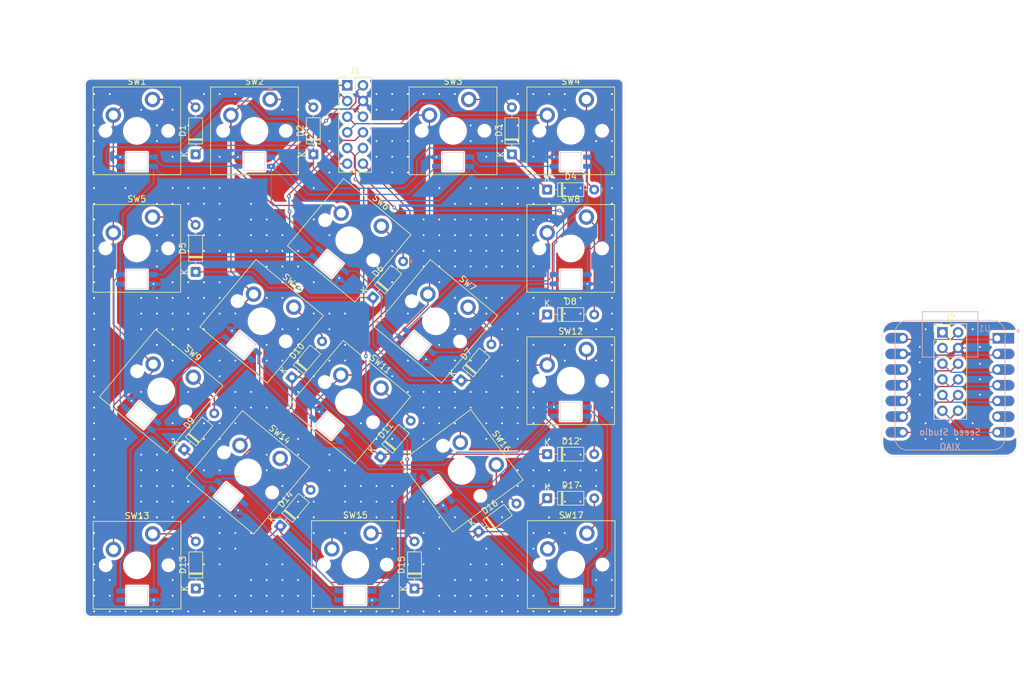
<source format=kicad_pcb>
(kicad_pcb (version 20241229) (generator "pcbnew") (generator_version "9.0")
  (layers (0 "F.Cu" signal) (2 "B.Cu" signal) (13 "F.Paste" user) (15 "B.Paste" user) (5 "F.SilkS" user "F.Silkscreen") (7 "B.SilkS" user "B.Silkscreen") (1 "F.Mask" user) (3 "B.Mask" user) (25 "Edge.Cuts" user))
  (net 0 "")
  (net 1 "ROW0")
  (net 2 "Net-(D1-A)")
  (net 3 "Net-(D2-A)")
  (net 4 "Net-(D3-A)")
  (net 5 "Net-(D4-A)")
  (net 6 "ROW1")
  (net 7 "Net-(D5-A)")
  (net 8 "Net-(D6-A)")
  (net 9 "Net-(D7-A)")
  (net 10 "Net-(D8-A)")
  (net 11 "Net-(D9-A)")
  (net 12 "ROW2")
  (net 13 "Net-(D10-A)")
  (net 14 "Net-(D11-A)")
  (net 15 "Net-(D12-A)")
  (net 16 "ROW3")
  (net 17 "Net-(D13-A)")
  (net 18 "Net-(D14-A)")
  (net 19 "Net-(D15-A)")
  (net 20 "Net-(D16-A)")
  (net 21 "Net-(D17-A)")
  (net 22 "LED")
  (net 23 "GND")
  (net 24 "+5V")
  (net 25 "Net-(D21-DOUT)")
  (net 26 "Net-(D25-DOUT)")
  (net 27 "Net-(D29-DOUT)")
  (net 29 "COL0")
  (net 30 "COL1")
  (net 31 "COL2")
  (net 32 "COL3")
  (net 33 "COL4")
  (net 36 "Net-(D18-DOUT)")
  (net 37 "Net-(D19-DOUT)")
  (net 38 "Net-(D20-DOUT)")
  (net 39 "Net-(D22-DOUT)")
  (net 40 "Net-(D23-DOUT)")
  (net 41 "Net-(D24-DOUT)")
  (net 42 "Net-(D26-DOUT)")
  (net 43 "Net-(D27-DOUT)")
  (net 44 "Net-(D28-DOUT)")
  (net 45 "Net-(D30-DOUT)")
  (net 46 "Net-(D31-DOUT)")
  (net 47 "Net-(D32-DOUT)")
  (net 48 "Net-(D33-DOUT)")
  (net 49 "ROW1_MCU")
  (net 50 "ROW3_MCU")
  (net 51 "LED_MCU")
  (net 52 "COL3_MCU")
  (net 53 "+5V-B")
  (net 54 "COL2_MCU")
  (net 55 "COL1_MCU")
  (net 56 "ROW2_MCU")
  (net 57 "COL0_MCU")
  (net 58 "GND2")
  (net 59 "ROW0_MCU")
  (net 60 "COL4_MCU")
  (footprint "Connector_PinHeader_2.54mm:PinHeader_2x06_P2.54mm_Vertical" (layer "F.Cu") (at 129.32 35.4875)
    (property "Reference" "J1")
    (property "Value" "Conn_02x06_Counter_Clockwise")
  )
  (footprint "Diode_THT:D_DO-35_SOD27_P7.62mm_Horizontal" (layer "F.Cu") (at 102.905923 94.494077 50.2)
    (property "Reference" "D9")
    (property "Value" "D")
  )
  (footprint "Diode_THT:D_DO-35_SOD27_P7.62mm_Horizontal" (layer "F.Cu") (at 120.361183 82.82716 50.2)
    (property "Reference" "D10")
    (property "Value" "D")
  )
  (footprint "Diode_THT:D_DO-35_SOD27_P7.62mm_Horizontal" (layer "F.Cu") (at 104.7728 46.6716 90)
    (property "Reference" "D1")
    (property "Value" "D")
  )
  (footprint "Diode_THT:D_DO-35_SOD27_P7.62mm_Horizontal" (layer "F.Cu") (at 140.2 117.01 90)
    (property "Reference" "D15")
    (property "Value" "D")
  )
  (footprint "Diode_THT:D_DO-35_SOD27_P7.62mm_Horizontal" (layer "F.Cu") (at 118.505923 106.894077 50.2)
    (property "Reference" "D14")
    (property "Value" "D")
  )
  (footprint "ScottoKeebs_MX:MX_PCB_1.00u" (layer "F.Cu") (at 146.4438 42.8616)
    (property "Reference" "SW3")
    (property "Value" "SW_Push")
  )
  (footprint "Connector_PinHeader_2.54mm:PinHeader_2x06_P2.54mm_Vertical" (layer "F.Cu") (at 225.675 75.5125)
    (property "Reference" "J2")
    (property "Value" "Conn_02x06_Counter_Clockwise")
  )
  (footprint "ScottoKeebs_MX:MX_PCB_1.00u" (layer "F.Cu") (at 147.85 97.95 -53.4)
    (property "Reference" "SW16")
    (property "Value" "SW_Push")
  )
  (footprint "ScottoKeebs_MX:MX_PCB_1.00u" (layer "F.Cu") (at 95.2825 113.24)
    (property "Reference" "SW13")
    (property "Value" "SW_Push")
  )
  (footprint "Diode_THT:D_DO-35_SOD27_P7.62mm_Horizontal" (layer "F.Cu") (at 133.485923 69.874077 50.2)
    (property "Reference" "D6")
    (property "Value" "D")
  )
  (footprint "Diode_THT:D_DO-35_SOD27_P7.62mm_Horizontal" (layer "F.Cu") (at 150.6 107.8 36.6)
    (property "Reference" "D16")
    (property "Value" "D")
  )
  (footprint "ScottoKeebs_MX:MX_PCB_1.00u" (layer "F.Cu") (at 143.67 73.72 -39.8)
    (property "Reference" "SW7")
    (property "Value" "SW_Push")
  )
  (footprint "ScottoKeebs_MX:MX_PCB_1.00u" (layer "F.Cu") (at 130.6325 113.14)
    (property "Reference" "SW15")
    (property "Value" "SW_Push")
  )
  (footprint "Diode_THT:D_DO-35_SOD27_P7.62mm_Horizontal" (layer "F.Cu") (at 104.8 117.01 90)
    (property "Reference" "D13")
    (property "Value" "D")
  )
  (footprint "Diode_THT:D_DO-35_SOD27_P7.62mm_Horizontal" (layer "F.Cu") (at 123.8224 46.6716 90)
    (property "Reference" "D2")
    (property "Value" "D")
  )
  (footprint "ScottoKeebs_MX:MX_PCB_1.00u" (layer "F.Cu") (at 129.58 86.82 -39.8)
    (property "Reference" "SW11")
    (property "Value" "SW_Push")
  )
  (footprint "ScottoKeebs_MX:MX_PCB_1.00u" (layer "F.Cu") (at 113.25 98.21 -39.8)
    (property "Reference" "SW14")
    (property "Value" "SW_Push")
  )
  (footprint "Diode_THT:D_DO-35_SOD27_P7.62mm_Horizontal" (layer "F.Cu") (at 161.6834 52.3864)
    (property "Reference" "D4")
    (property "Value" "D")
  )
  (footprint "Diode_THT:D_DO-35_SOD27_P7.62mm_Horizontal" (layer "F.Cu") (at 161.6834 95.248)
    (property "Reference" "D12")
    (property "Value" "D")
  )
  (footprint "ScottoKeebs_MX:MX_PCB_1.00u" (layer "F.Cu") (at 115.45 73.71 -39.8)
    (property "Reference" "SW10")
    (property "Value" "SW_Push")
  )
  (footprint "ScottoKeebs_MX:MX_PCB_1.00u" (layer "F.Cu") (at 99.19 85.06 -39.8)
    (property "Reference" "SW9")
    (property "Value" "SW_Push")
  )
  (footprint "Diode_THT:D_DO-35_SOD27_P7.62mm_Horizontal" (layer "F.Cu") (at 134.705923 95.694077 50.2)
    (property "Reference" "D11")
    (property "Value" "D")
  )
  (footprint "ScottoKeebs_MX:MX_PCB_1.00u" (layer "F.Cu") (at 165.4934 42.8616)
    (property "Reference" "SW4")
    (property "Value" "SW_Push")
  )
  (footprint "Diode_THT:D_DO-35_SOD27_P7.62mm_Horizontal" (layer "F.Cu") (at 104.7728 65.7212 90)
    (property "Reference" "D5")
    (property "Value" "D")
  )
  (footprint "ScottoKeebs_MX:MX_PCB_1.00u" (layer "F.Cu") (at 165.57 113.14)
    (property "Reference" "SW17")
    (property "Value" "SW_Push")
  )
  (footprint "ScottoKeebs_MX:MX_PCB_1.00u" (layer "F.Cu") (at 95.248 61.9112)
    (property "Reference" "SW5")
    (property "Value" "SW_Push")
  )
  (footprint "ScottoKeebs_MX:MX_PCB_1.00u" (layer "F.Cu") (at 165.4934 83.342)
    (property "Reference" "SW12")
    (property "Value" "SW_Push")
  )
  (footprint "ScottoKeebs_MX:MX_PCB_1.00u" (layer "F.Cu") (at 95.25 42.8625)
    (property "Reference" "SW1")
    (property "Value" "SW_Push")
  )
  (footprint "Diode_THT:D_DO-35_SOD27_P7.62mm_Horizontal" (layer "F.Cu") (at 147.765923 83.314077 50.2)
    (property "Reference" "D7")
    (property "Value" "D")
  )
  (footprint "Diode_THT:D_DO-35_SOD27_P7.62mm_Horizontal" (layer "F.Cu") (at 161.6834 72.6266)
    (property "Reference" "D8")
    (property "Value" "D")
  )
  (footprint "ScottoKeebs_MX:MX_PCB_1.00u" (layer "F.Cu") (at 129.63 60.59 -39.8)
    (property "Reference" "SW6")
    (property "Value" "SW_Push")
  )
  (footprint "Diode_THT:D_DO-35_SOD27_P7.62mm_Horizontal" (layer "F.Cu") (at 155.9686 46.6716 90)
    (property "Reference" "D3")
    (property "Value" "D")
  )
  (footprint "ScottoKeebs_MX:MX_PCB_1.00u" (layer "F.Cu") (at 114.2976 42.8616)
    (property "Reference" "SW2")
    (property "Value" "SW_Push")
  )
  (footprint "ScottoKeebs_MX:MX_PCB_1.00u" (layer "F.Cu") (at 165.4934 61.9112)
    (property "Reference" "SW8")
    (property "Value" "SW_Push")
  )
  (footprint "Diode_THT:D_DO-35_SOD27_P7.62mm_Horizontal" (layer "F.Cu") (at 161.6834 102.3916)
    (property "Reference" "D17")
    (property "Value" "D")
  )
  (footprint "ScottoKeebs_Components:LED_SK6812MINI" (layer "B.Cu") (at 126.429452 64.431418 140.2)
    (property "Reference" "D24" (hide yes))
    (property "Value" "LED_SK6812MINI" (hide yes))
    (fp_line (start 1.7 -1.5) (end 1.7 1.5) (stroke (width 0.12)) (layer "Edge.Cuts"))
    (fp_line (start 1.7 1.5) (end -1.7 1.5) (stroke (width 0.12)) (layer "Edge.Cuts"))
    (fp_line (start -1.7 -1.5) (end 1.7 -1.5) (stroke (width 0.12)) (layer "Edge.Cuts"))
    (fp_line (start -1.7 1.5) (end -1.7 -1.5) (stroke (width 0.12)) (layer "Edge.Cuts"))
  )
  (footprint "ScottoKeebs_Components:LED_SK6812MINI" (layer "B.Cu") (at 146.4438 47.8625)
    (property "Reference" "D20" (hide yes))
    (property "Value" "LED_SK6812MINI" (hide yes))
    (fp_line (start -1.7 -1.5) (end 1.7 -1.5) (stroke (width 0.12)) (layer "Edge.Cuts"))
    (fp_line (start -1.7 1.5) (end -1.7 -1.5) (stroke (width 0.12)) (layer "Edge.Cuts"))
    (fp_line (start 1.7 -1.5) (end 1.7 1.5) (stroke (width 0.12)) (layer "Edge.Cuts"))
    (fp_line (start 1.7 1.5) (end -1.7 1.5) (stroke (width 0.12)) (layer "Edge.Cuts"))
  )
  (footprint "ScottoKeebs_Components:LED_SK6812MINI" (layer "B.Cu") (at 165.4934 88.342)
    (property "Reference" "D29" (hide yes))
    (property "Value" "LED_SK6812MINI" (hide yes))
    (fp_line (start -1.7 -1.5) (end 1.7 -1.5) (stroke (width 0.12)) (layer "Edge.Cuts"))
    (fp_line (start -1.7 1.5) (end -1.7 -1.5) (stroke (width 0.12)) (layer "Edge.Cuts"))
    (fp_line (start 1.7 -1.5) (end 1.7 1.5) (stroke (width 0.12)) (layer "Edge.Cuts"))
    (fp_line (start 1.7 1.5) (end -1.7 1.5) (stroke (width 0.12)) (layer "Edge.Cuts"))
  )
  (footprint "ScottoKeebs_Components:LED_SK6812MINI" (layer "B.Cu") (at 165.4934 66.9112 180)
    (property "Reference" "D22" (hide yes))
    (property "Value" "LED_SK6812MINI" (hide yes))
    (fp_line (start 1.7 1.5) (end -1.7 1.5) (stroke (width 0.12)) (layer "Edge.Cuts"))
    (fp_line (start 1.7 -1.5) (end 1.7 1.5) (stroke (width 0.12)) (layer "Edge.Cuts"))
    (fp_line (start -1.7 1.5) (end -1.7 -1.5) (stroke (width 0.12)) (layer "Edge.Cuts"))
    (fp_line (start -1.7 -1.5) (end 1.7 -1.5) (stroke (width 0.12)) (layer "Edge.Cuts"))
  )
  (footprint "ScottoKeebs_Components:LED_SK6812MINI" (layer "B.Cu") (at 95.2825 118.14 180)
    (property "Reference" "D34" (hide yes))
    (property "Value" "LED_SK6812MINI" (hide yes))
    (fp_line (start 1.7 1.5) (end -1.7 1.5) (stroke (width 0.12)) (layer "Edge.Cuts"))
    (fp_line (start 1.7 -1.5) (end 1.7 1.5) (stroke (width 0.12)) (layer "Edge.Cuts"))
    (fp_line (start -1.7 1.5) (end -1.7 -1.5) (stroke (width 0.12)) (layer "Edge.Cuts"))
    (fp_line (start -1.7 -1.5) (end 1.7 -1.5) (stroke (width 0.12)) (layer "Edge.Cuts"))
  )
  (footprint "custom:Seeed_XIAO_RP2040" (layer "B.Cu") (at 226.865 84.585 180)
    (property "Reference" "U1")
    (property "Value" "MCU_Seeed_XIAO_RP2040")
  )
  (footprint "ScottoKeebs_Components:LED_SK6812MINI" (layer "B.Cu") (at 114.2976 47.8625)
    (property "Reference" "D19" (hide yes))
    (property "Value" "LED_SK6812MINI" (hide yes))
    (fp_line (start -1.7 -1.5) (end 1.7 -1.5) (stroke (width 0.12)) (layer "Edge.Cuts"))
    (fp_line (start -1.7 1.5) (end -1.7 -1.5) (stroke (width 0.12)) (layer "Edge.Cuts"))
    (fp_line (start 1.7 -1.5) (end 1.7 1.5) (stroke (width 0.12)) (layer "Edge.Cuts"))
    (fp_line (start 1.7 1.5) (end -1.7 1.5) (stroke (width 0.12)) (layer "Edge.Cuts"))
  )
  (footprint "ScottoKeebs_Components:LED_SK6812MINI" (layer "B.Cu") (at 143.835913 100.931124 126.6)
    (property "Reference" "D31" (hide yes))
    (property "Value" "LED_SK6812MINI" (hide yes))
    (fp_line (start 1.7 -1.500001) (end 1.7 1.5) (stroke (width 0.12)) (layer "Edge.Cuts"))
    (fp_line (start -1.7 -1.5) (end 1.7 -1.500001) (stroke (width 0.12)) (layer "Edge.Cuts"))
    (fp_line (start 1.7 1.5) (end -1.7 1.500001) (stroke (width 0.12)) (layer "Edge.Cuts"))
    (fp_line (start -1.7 1.500001) (end -1.7 -1.5) (stroke (width 0.12)) (layer "Edge.Cuts"))
  )
  (footprint "ScottoKeebs_Components:LED_SK6812MINI" (layer "B.Cu") (at 130.6325 118.14 180)
    (property "Reference" "D32" (hide yes))
    (property "Value" "LED_SK6812MINI" (hide yes))
    (fp_line (start 1.7 1.5) (end -1.7 1.5) (stroke (width 0.12)) (layer "Edge.Cuts"))
    (fp_line (start 1.7 -1.5) (end 1.7 1.5) (stroke (width 0.12)) (layer "Edge.Cuts"))
    (fp_line (start -1.7 1.5) (end -1.7 -1.5) (stroke (width 0.12)) (layer "Edge.Cuts"))
    (fp_line (start -1.7 -1.5) (end 1.7 -1.5) (stroke (width 0.12)) (layer "Edge.Cuts"))
  )
  (footprint "ScottoKeebs_Components:LED_SK6812MINI" (layer "B.Cu") (at 95.989452 88.901418 -39.8)
    (property "Reference" "D26" (hide yes))
    (property "Value" "LED_SK6812MINI" (hide yes))
    (fp_line (start -1.7 1.5) (end -1.7 -1.5) (stroke (width 0.12)) (layer "Edge.Cuts"))
    (fp_line (start -1.7 -1.5) (end 1.7 -1.5) (stroke (width 0.12)) (layer "Edge.Cuts"))
    (fp_line (start 1.7 1.5) (end -1.7 1.5) (stroke (width 0.12)) (layer "Edge.Cuts"))
    (fp_line (start 1.7 -1.5) (end 1.7 1.5) (stroke (width 0.12)) (layer "Edge.Cuts"))
  )
  (footprint "ScottoKeebs_Components:LED_SK6812MINI" (layer "B.Cu") (at 126.379452 90.661418 -39.8)
    (property "Reference" "D28" (hide yes))
    (property "Value" "LED_SK6812MINI" (hide yes))
    (fp_line (start -1.7 1.5) (end -1.7 -1.5) (stroke (width 0.12)) (layer "Edge.Cuts"))
    (fp_line (start -1.7 -1.5) (end 1.7 -1.5) (stroke (width 0.12)) (layer "Edge.Cuts"))
    (fp_line (start 1.7 1.5) (end -1.7 1.5) (stroke (width 0.12)) (layer "Edge.Cuts"))
    (fp_line (start 1.7 -1.5) (end 1.7 1.5) (stroke (width 0.12)) (layer "Edge.Cuts"))
  )
  (footprint "ScottoKeebs_Components:LED_SK6812MINI" (layer "B.Cu") (at 110.049452 102.051418 140.2)
    (property "Reference" "D33" (hide yes))
    (property "Value" "LED_SK6812MINI" (hide yes))
    (fp_line (start 1.7 -1.5) (end 1.7 1.5) (stroke (width 0.12)) (layer "Edge.Cuts"))
    (fp_line (start 1.7 1.5) (end -1.7 1.5) (stroke (width 0.12)) (layer "Edge.Cuts"))
    (fp_line (start -1.7 -1.5) (end 1.7 -1.5) (stroke (width 0.12)) (layer "Edge.Cuts"))
    (fp_line (start -1.7 1.5) (end -1.7 -1.5) (stroke (width 0.12)) (layer "Edge.Cuts"))
  )
  (footprint "ScottoKeebs_Components:LED_SK6812MINI" (layer "B.Cu") (at 140.469452 77.561418 140.2)
    (property "Reference" "D23" (hide yes))
    (property "Value" "LED_SK6812MINI" (hide yes))
    (fp_line (start 1.7 -1.5) (end 1.7 1.5) (stroke (width 0.12)) (layer "Edge.Cuts"))
    (fp_line (start 1.7 1.5) (end -1.7 1.5) (stroke (width 0.12)) (layer "Edge.Cuts"))
    (fp_line (start -1.7 -1.5) (end 1.7 -1.5) (stroke (width 0.12)) (layer "Edge.Cuts"))
    (fp_line (start -1.7 1.5) (end -1.7 -1.5) (stroke (width 0.12)) (layer "Edge.Cuts"))
  )
  (footprint "ScottoKeebs_Components:LED_SK6812MINI" (layer "B.Cu") (at 95.248 66.9112 180)
    (property "Reference" "D25" (hide yes))
    (property "Value" "LED_SK6812MINI" (hide yes))
    (fp_line (start 1.7 1.5) (end -1.7 1.5) (stroke (width 0.12)) (layer "Edge.Cuts"))
    (fp_line (start 1.7 -1.5) (end 1.7 1.5) (stroke (width 0.12)) (layer "Edge.Cuts"))
    (fp_line (start -1.7 1.5) (end -1.7 -1.5) (stroke (width 0.12)) (layer "Edge.Cuts"))
    (fp_line (start -1.7 -1.5) (end 1.7 -1.5) (stroke (width 0.12)) (layer "Edge.Cuts"))
  )
  (footprint "ScottoKeebs_Components:LED_SK6812MINI" (layer "B.Cu") (at 112.249452 77.551418 -39.8)
    (property "Reference" "D27" (hide yes))
    (property "Value" "LED_SK6812MINI" (hide yes))
    (fp_line (start -1.7 1.5) (end -1.7 -1.5) (stroke (width 0.12)) (layer "Edge.Cuts"))
    (fp_line (start -1.7 -1.5) (end 1.7 -1.5) (stroke (width 0.12)) (layer "Edge.Cuts"))
    (fp_line (start 1.7 1.5) (end -1.7 1.5) (stroke (width 0.12)) (layer "Edge.Cuts"))
    (fp_line (start 1.7 -1.5) (end 1.7 1.5) (stroke (width 0.12)) (layer "Edge.Cuts"))
  )
  (footprint "ScottoKeebs_Components:LED_SK6812MINI" (layer "B.Cu") (at 165.4934 47.8625)
    (property "Reference" "D21" (hide yes))
    (property "Value" "LED_SK6812MINI" (hide yes))
    (fp_line (start -1.7 -1.5) (end 1.7 -1.5) (stroke (width 0.12)) (layer "Edge.Cuts"))
    (fp_line (start -1.7 1.5) (end -1.7 -1.5) (stroke (width 0.12)) (layer "Edge.Cuts"))
    (fp_line (start 1.7 -1.5) (end 1.7 1.5) (stroke (width 0.12)) (layer "Edge.Cuts"))
    (fp_line (start 1.7 1.5) (end -1.7 1.5) (stroke (width 0.12)) (layer "Edge.Cuts"))
  )
  (footprint "ScottoKeebs_Components:LED_SK6812MINI" (layer "B.Cu") (at 95.25 47.8625)
    (property "Reference" "D18" (hide yes))
    (property "Value" "LED_SK6812MINI" (hide yes))
    (fp_line (start -1.7 -1.5) (end 1.7 -1.5) (stroke (width 0.12)) (layer "Edge.Cuts"))
    (fp_line (start -1.7 1.5) (end -1.7 -1.5) (stroke (width 0.12)) (layer "Edge.Cuts"))
    (fp_line (start 1.7 -1.5) (end 1.7 1.5) (stroke (width 0.12)) (layer "Edge.Cuts"))
    (fp_line (start 1.7 1.5) (end -1.7 1.5) (stroke (width 0.12)) (layer "Edge.Cuts"))
  )
  (footprint "ScottoKeebs_Components:LED_SK6812MINI" (layer "B.Cu") (at 165.57 118.14 180)
    (property "Reference" "D30" (hide yes))
    (property "Value" "LED_SK6812MINI" (hide yes))
    (fp_line (start 1.7 1.5) (end -1.7 1.5) (stroke (width 0.12)) (layer "Edge.Cuts"))
    (fp_line (start 1.7 -1.5) (end 1.7 1.5) (stroke (width 0.12)) (layer "Edge.Cuts"))
    (fp_line (start -1.7 1.5) (end -1.7 -1.5) (stroke (width 0.12)) (layer "Edge.Cuts"))
    (fp_line (start -1.7 -1.5) (end 1.7 -1.5) (stroke (width 0.12)) (layer "Edge.Cuts"))
  )
  (gr_line (start 174.095 120.665) (end 174.095 35.3366) (stroke (width 0.05)) (layer "Edge.Cuts"))
  (gr_arc (start 215.865 75.585) (mid 216.450786 74.170786) (end 217.865 73.585) (stroke (width 0.05)) (layer "Edge.Cuts"))
  (gr_arc (start 87.7575 121.665) (mid 87.050393 121.372107) (end 86.7575 120.665) (stroke (width 0.05)) (layer "Edge.Cuts"))
  (gr_line (start 86.7575 120.665) (end 86.7575 35.3375) (stroke (width 0.05)) (layer "Edge.Cuts"))
  (gr_line (start 215.865 93.585) (end 215.865 75.585) (stroke (width 0.05)) (layer "Edge.Cuts"))
  (gr_line (start 235.865 73.585) (end 217.865 73.585) (stroke (width 0.05)) (layer "Edge.Cuts"))
  (gr_arc (start 235.865 73.585) (mid 237.279214 74.170786) (end 237.865 75.585) (stroke (width 0.05)) (layer "Edge.Cuts"))
  (gr_line (start 87.7575 34.3375) (end 173.095 34.3366) (stroke (width 0.05)) (layer "Edge.Cuts"))
  (gr_arc (start 174.095 120.665) (mid 173.802107 121.372107) (end 173.095 121.665) (stroke (width 0.05)) (layer "Edge.Cuts"))
  (gr_arc (start 237.865 93.585) (mid 237.279214 94.999214) (end 235.865 95.585) (stroke (width 0.05)) (layer "Edge.Cuts"))
  (gr_line (start 237.865 75.585) (end 237.865 93.585) (stroke (width 0.05)) (layer "Edge.Cuts"))
  (gr_arc (start 86.7575 35.3375) (mid 87.050393 34.630393) (end 87.7575 34.3375) (stroke (width 0.05)) (layer "Edge.Cuts"))
  (gr_arc (start 173.095 34.3366) (mid 173.802107 34.629493) (end 174.095 35.3366) (stroke (width 0.05)) (layer "Edge.Cuts"))
  (gr_arc (start 217.865 95.585) (mid 216.450786 94.999214) (end 215.865 93.585) (stroke (width 0.05)) (layer "Edge.Cuts"))
  (gr_line (start 173.095 121.665) (end 87.7575 121.665) (stroke (width 0.05)) (layer "Edge.Cuts"))
  (gr_line (start 235.865 95.585) (end 217.865 95.585) (stroke (width 0.05)) (layer "Edge.Cuts"))
  (segment (start 123.8224 46.6716) (end 123.8224 43.2926) (width 0.2) (layer "F.Cu") (net 1))
  (segment (start 155.9686 46.6716) (end 161.6834 52.3864) (width 0.2) (layer "F.Cu") (net 1))
  (segment (start 123.8224 43.2926) (end 125.8975 41.2175) (width 0.2) (layer "F.Cu") (net 1))
  (via (at 125.8975 41.2175) (size 0.6) (drill 0.3) (layers "F.Cu" "B.Cu") (net 1))
  (segment (start 140.595 50.165) (end 140.595 47.665) (width 0.2) (layer "B.Cu") (net 1))
  (segment (start 122.3634 45.2126) (end 123.8224 46.6716) (width 0.2) (layer "B.Cu") (net 1))
  (segment (start 125.8975 41.2175) (end 127.7975 39.3175) (width 0.2) (layer "B.Cu") (net 1))
  (segment (start 106.2318 45.2126) (end 122.3634 45.2126) (width 0.2) (layer "B.Cu") (net 1))
  (segment (start 130.61 39.3175) (end 131.86 40.5675) (width 0.2) (layer "B.Cu") (net 1))
  (segment (start 154.962 45.665) (end 155.9686 46.6716) (width 0.2) (layer "B.Cu") (net 1))
  (segment (start 123.8224 48.8924) (end 127.095 52.165) (width 0.2) (layer "B.Cu") (net 1))
  (segment (start 104.7728 46.6716) (end 106.2318 45.2126) (width 0.2) (layer "B.Cu") (net 1))
  (segment (start 127.095 52.165) (end 138.595 52.165) (width 0.2) (layer "B.Cu") (net 1))
  (segment (start 123.8224 46.6716) (end 123.8224 48.8924) (width 0.2) (layer "B.Cu") (net 1))
  (segment (start 142.595 45.665) (end 154.962 45.665) (width 0.2) (layer "B.Cu") (net 1))
  (segment (start 127.7975 39.3175) (end 130.61 39.3175) (width 0.2) (layer "B.Cu") (net 1))
  (segment (start 138.595 52.165) (end 140.595 50.165) (width 0.2) (layer "B.Cu") (net 1))
  (segment (start 140.595 47.665) (end 142.595 45.665) (width 0.2) (layer "B.Cu") (net 1))
  (segment (start 103.5037 37.7825) (end 104.7728 39.0516) (width 0.2) (layer "F.Cu") (net 2))
  (segment (start 97.79 37.7825) (end 103.5037 37.7825) (width 0.2) (layer "F.Cu") (net 2))
  (segment (start 122.5524 37.7816) (end 123.8224 39.0516) (width 0.2) (layer "F.Cu") (net 3))
  (segment (start 116.8376 37.7816) (end 122.5524 37.7816) (width 0.2) (layer "F.Cu") (net 3))
  (segment (start 148.9838 37.7816) (end 154.6986 37.7816) (width 0.2) (layer "F.Cu") (net 4))
  (segment (start 154.6986 37.7816) (end 155.9686 39.0516) (width 0.2) (layer "F.Cu") (net 4))
  (segment (start 168.0334 51.1164) (end 169.3034 52.3864) (width 0.2) (layer "F.Cu") (net 5))
  (segment (start 168.0334 37.7816) (end 168.0334 51.1164) (width 0.2) (layer "F.Cu") (net 5))
  (segment (start 119.9875 66.8857) (end 121.4034 68.3016) (width 0.2) (layer "F.Cu") (net 6))
  (segment (start 130.55 44.4175) (end 128.6075 44.4175) (width 0.2) (layer "F.Cu") (net 6))
  (segment (start 150.995923 83.314077) (end 161.6834 72.6266) (width 0.2) (layer "F.Cu") (net 6))
  (segment (start 147.765923 83.314077) (end 150.995923 83.314077) (width 0.2) (layer "F.Cu") (net 6))
  (segment (start 128.6075 44.4175) (end 119.8775 53.1475) (width 0.2) (layer "F.Cu") (net 6))
  (segment (start 131.86 43.1075) (end 130.55 44.4175) (width 0.2) (layer "F.Cu") (net 6))
  (segment (start 119.8775 53.1475) (end 119.8775 53.4575) (width 0.2) (layer "F.Cu") (net 6))
  (segment (start 119.9875 55.9375) (end 119.9875 66.8857) (width 0.2) (layer "F.Cu") (net 6))
  (via (at 119.8775 53.4575) (size 0.6) (drill 0.3) (layers "F.Cu" "B.Cu") (net 6))
  (via (at 121.4034 68.3016) (size 0.6) (drill 0.3) (layers "F.Cu" "B.Cu") (net 6))
  (via (at 119.9875 55.9375) (size 0.6) (drill 0.3) (layers "F.Cu" "B.Cu") (net 6))
  (segment (start 133.485923 69.874077) (end 133.485923 77.474123) (width 0.2) (layer "B.Cu") (net 6))
  (segment (start 119.8775 55.8275) (end 119.9875 55.9375) (width 0.2) (layer "B.Cu") (net 6))
  (segment (start 116.5334 68.3016) (end 121.4034 68.3016) (width 0.2) (layer "B.Cu") (net 6))
  (segment (start 113.953 65.7212) (end 116.5334 68.3016) (width 0.2) (layer "B.Cu") (net 6))
  (segment (start 122.975877 69.874077) (end 133.485923 69.874077) (width 0.2) (layer "B.Cu") (net 6))
  (segment (start 121.4034 68.3016) (end 122.975877 69.874077) (width 0.2) (layer "B.Cu") (net 6))
  (segment (start 133.485923 77.474123) (end 139.325877 83.314077) (width 0.2) (layer "B.Cu") (net 6))
  (segment (start 119.8775 53.4575) (end 119.8775 55.8275) (width 0.2) (layer "B.Cu") (net 6))
  (segment (start 139.325877 83.314077) (end 147.765923 83.314077) (width 0.2) (layer "B.Cu") (net 6))
  (segment (start 104.7728 65.7212) (end 113.953 65.7212) (width 0.2) (layer "B.Cu") (net 6))
  (segment (start 97.788 56.8312) (end 103.5028 56.8312) (width 0.2) (layer "F.Cu") (net 7))
  (segment (start 103.5028 56.8312) (end 104.7728 58.1012) (width 0.2) (layer "F.Cu") (net 7))
  (segment (start 134.833197 58.312998) (end 138.363559 61.84336) (width 0.2) (layer "F.Cu") (net 8))
  (segment (start 138.363559 61.84336) (end 138.363559 64.019757) (width 0.2) (layer "F.Cu") (net 8))
  (segment (start 152.643559 75.21336) (end 152.643559 77.459757) (width 0.2) (layer "F.Cu") (net 9))
  (segment (start 148.873197 71.442998) (end 152.643559 75.21336) (width 0.2) (layer "F.Cu") (net 9))
  (segment (start 168.0334 56.8312) (end 169.3034 58.1012) (width 0.2) (layer "F.Cu") (net 10))
  (segment (start 169.3034 58.1012) (end 169.3034 72.6266) (width 0.2) (layer "F.Cu") (net 10))
  (segment (start 104.393197 82.782998) (end 107.783559 86.17336) (width 0.2) (layer "F.Cu") (net 11))
  (segment (start 107.783559 86.17336) (end 107.783559 88.639757) (width 0.2) (layer "F.Cu") (net 11))
  (segment (start 120.361183 87.600723) (end 120.361183 82.82716) (width 0.2) (layer "F.Cu") (net 12))
  (segment (start 102.905923 94.494077) (end 104.596089 96.184243) (width 0.2) (layer "F.Cu") (net 12))
  (segment (start 131.981 72.225888) (end 121.379728 82.82716) (width 0.2) (layer "F.Cu") (net 12))
  (segment (start 135.152 95.248) (end 161.6834 95.248) (width 0.2) (layer "F.Cu") (net 12))
  (segment (start 131.981 52.041) (end 131.981 72.225888) (width 0.2) (layer "F.Cu") (net 12))
  (segment (start 104.596089 96.184243) (end 111.777663 96.184243) (width 0.2) (layer "F.Cu") (net 12))
  (segment (start 111.777663 96.184243) (end 120.361183 87.600723) (width 0.2) (layer "F.Cu") (net 12))
  (segment (start 134.705923 95.694077) (end 135.152 95.248) (width 0.2) (layer "F.Cu") (net 12))
  (segment (start 121.379728 82.82716) (end 120.361183 82.82716) (width 0.2) (layer "F.Cu") (net 12))
  (segment (start 130.6475 50.7075) (end 131.981 52.041) (width 0.2) (layer "F.Cu") (net 12))
  (via (at 130.6475 50.7075) (size 0.6) (drill 0.3) (layers "F.Cu" "B.Cu") (net 12))
  (segment (start 121.839006 82.82716) (end 134.705923 95.694077) (width 0.2) (layer "B.Cu") (net 12))
  (segment (start 120.361183 82.82716) (end 121.839006 82.82716) (width 0.2) (layer "B.Cu") (net 12))
  (segment (start 130.6475 46.86) (end 130.6475 50.7075) (width 0.2) (layer "B.Cu") (net 12))
  (segment (start 131.86 45.6475) (end 130.6475 46.86) (width 0.2) (layer "B.Cu") (net 12))
  (segment (start 120.653197 71.432998) (end 125.238819 76.01862) (width 0.2) (layer "F.Cu") (net 13))
  (segment (start 125.238819 76.01862) (end 125.238819 76.972838) (width 0.2) (layer "F.Cu") (net 13))
  (segment (start 134.783197 84.542998) (end 139.583559 89.34336) (width 0.2) (layer "F.Cu") (net 14))
  (segment (start 139.583559 89.34336) (end 139.583559 89.839757) (width 0.2) (layer "F.Cu") (net 14))
  (segment (start 168.0334 78.262) (end 168.0334 85.1516) (width 0.2) (layer "F.Cu") (net 15))
  (segment (start 168.0334 85.1516) (end 169.3034 86.4216) (width 0.2) (layer "F.Cu") (net 15))
  (segment (start 169.3034 86.4216) (end 169.3034 95.248) (width 0.2) (layer "F.Cu") (net 15))
  (segment (start 118.505923 107.912622) (end 126.632301 116.039) (width 0.2) (layer "F.Cu") (net 16))
  (segment (start 141.39 117.01) (end 150.6 107.8) (width 0.2) (layer "F.Cu") (net 16))
  (segment (start 104.8 117.01) (end 108.39 117.01) (width 0.2) (layer "F.Cu") (net 16))
  (segment (start 118.505923 106.894077) (end 118.505923 107.912622) (width 0.2) (layer "F.Cu") (net 16))
  (segment (start 139.229 116.039) (end 140.2 117.01) (width 0.2) (layer "F.Cu") (net 16))
  (segment (start 150.6 107.8) (end 156.275 107.8) (width 0.2) (layer "F.Cu") (net 16))
  (segment (start 139.0275 102.9575) (end 143.87 107.8) (width 0.2) (layer "F.Cu") (net 16))
  (segment (start 139.464559 68.046978) (end 132.3275 75.184037) (width 0.2) (layer "F.Cu") (net 16))
  (segment (start 108.39 117.01) (end 118.505923 106.894077) (width 0.2) (layer "F.Cu") (net 16))
  (segment (start 140.2 117.01) (end 141.39 117.01) (width 0.2) (layer "F.Cu") (net 16))
  (segment (start 131.86 48.1875) (end 139.464559 55.792059) (width 0.2) (layer "F.Cu") (net 16))
  (segment (start 139.0275 96.0875) (end 139.0275 102.9575) (width 0.2) (layer "F.Cu") (net 16))
  (segment (start 126.632301 116.039) (end 139.229 116.039) (width 0.2) (layer "F.Cu") (net 16))
  (segment (start 132.3275 75.184037) (end 132.3275 79.3575) (width 0.2) (layer "F.Cu") (net 16))
  (segment (start 139.464559 55.792059) (end 139.464559 68.046978) (width 0.2) (layer "F.Cu") (net 16))
  (segment (start 143.87 107.8) (end 150.6 107.8) (width 0.2) (layer "F.Cu") (net 16))
  (segment (start 156.275 107.8) (end 161.6834 102.3916) (width 0.2) (layer "F.Cu") (net 16))
  (via (at 139.0275 96.0875) (size 0.6) (drill 0.3) (layers "F.Cu" "B.Cu") (net 16))
  (via (at 132.3275 79.3575) (size 0.6) (drill 0.3) (layers "F.Cu" "B.Cu") (net 16))
  (segment (start 132.3275 79.3575) (end 132.3275 86.3975) (width 0.2) (layer "B.Cu") (net 16))
  (segment (start 139.0275 93.0975) (end 139.0275 96.0875) (width 0.2) (layer "B.Cu") (net 16))
  (segment (start 138.6175 92.6875) (end 139.0275 93.0975) (width 0.2) (layer "B.Cu") (net 16))
  (segment (start 132.3275 86.3975) (end 138.6175 92.6875) (width 0.2) (layer "B.Cu") (net 16))
  (segment (start 103.57 108.16) (end 104.8 109.39) (width 0.2) (layer "F.Cu") (net 17))
  (segment (start 97.8225 108.16) (end 103.57 108.16) (width 0.2) (layer "F.Cu") (net 17))
  (segment (start 118.453197 95.932998) (end 123.383559 100.86336) (width 0.2) (layer "F.Cu") (net 18))
  (segment (start 123.383559 100.86336) (end 123.383559 101.039757) (width 0.2) (layer "F.Cu") (net 18))
  (segment (start 133.1725 108.06) (end 138.87 108.06) (width 0.2) (layer "F.Cu") (net 19))
  (segment (start 138.87 108.06) (end 140.2 109.39) (width 0.2) (layer "F.Cu") (net 19))
  (segment (start 153.442724 99.98202) (end 156.71747 103.256766) (width 0.2) (layer "F.Cu") (net 20))
  (segment (start 153.442724 96.960334) (end 153.442724 99.98202) (width 0.2) (layer "F.Cu") (net 20))
  (segment (start 169.3034 106.8666) (end 168.11 108.06) (width 0.2) (layer "F.Cu") (net 21))
  (segment (start 169.3034 102.3916) (end 169.3034 106.8666) (width 0.2) (layer "F.Cu") (net 21))
  (segment (start 127.9475 48.1875) (end 120.6675 40.9075) (width 0.2) (layer "B.Cu") (net 22))
  (segment (start 116.3975 40.9075) (end 113.5175 38.0275) (width 0.2) (layer "B.Cu") (net 22))
  (segment (start 90.2975 46.1375) (end 90.2975 47.8675) (width 0.2) (layer "B.Cu") (net 22))
  (segment (start 109.5375 38.0275) (end 102.0675 45.4975) (width 0.2) (layer "B.Cu") (net 22))
  (segment (start 129.32 48.1875) (end 127.9475 48.1875) (width 0.2) (layer "B.Cu") (net 22))
  (segment (start 120.6675 40.9075) (end 116.3975 40.9075) (width 0.2) (layer "B.Cu") (net 22))
  (segment (start 102.0675 45.4975) (end 90.9375 45.4975) (width 0.2) (layer "B.Cu") (net 22))
  (segment (start 91.0425 48.6125) (end 92.55 48.6125) (width 0.2) (layer "B.Cu") (net 22))
  (segment (start 113.5175 38.0275) (end 109.5375 38.0275) (width 0.2) (layer "B.Cu") (net 22))
  (segment (start 90.2975 47.8675) (end 91.0425 48.6125) (width 0.2) (layer "B.Cu") (net 22))
  (segment (start 90.9375 45.4975) (end 90.2975 46.1375) (width 0.2) (layer "B.Cu") (net 22))
  (via (at 106.115 72.465) (size 0.6) (drill 0.3) (layers "F.Cu" "B.Cu") (net 23))
  (via (at 154.375 44.525) (size 0.6) (drill 0.3) (layers "F.Cu" "B.Cu") (net 23))
  (via (at 113.735 54.685) (size 0.6) (drill 0.3) (layers "F.Cu" "B.Cu") (net 23))
  (via (at 172.155 77.545) (size 0.6) (drill 0.3) (layers "F.Cu" "B.Cu") (net 23))
  (via (at 159.455 87.705) (size 0.6) (drill 0.3) (layers "F.Cu" "B.Cu") (net 23))
  (via (at 118.815 118.185) (size 0.6) (drill 0.3) (layers "F.Cu" "B.Cu") (net 23))
  (via (at 172.155 72.465) (size 0.6) (drill 0.3) (layers "F.Cu" "B.Cu") (net 23))
  (via (at 151.835 80.085) (size 0.6) (drill 0.3) (layers "F.Cu" "B.Cu") (net 23))
  (via (at 159.455 110.565) (size 0.6) (drill 0.3) (layers "F.Cu" "B.Cu") (net 23))
  (via (at 94.395169 86.596909) (size 0.6) (drill 0.3) (layers "F.Cu" "B.Cu") (net 23))
  (via (at 101.035 102.945) (size 0.6) (drill 0.3) (layers "F.Cu" "B.Cu") (net 23))
  (via (at 167.075 72.465) (size 0.6) (drill 0.3) (layers "F.Cu" "B.Cu") (net 23))
  (via (at 108.655 113.105) (size 0.6) (drill 0.3) (layers "F.Cu" "B.Cu") (net 23))
  (via (at 116.275 62.305) (size 0.6) (drill 0.3) (layers "F.Cu" "B.Cu") (net 23))
  (via (at 146.755 59.765) (size 0.6) (drill 0.3) (layers "F.Cu" "B.Cu") (net 23))
  (via (at 154.375 82.625) (size 0.6) (drill 0.3) (layers "F.Cu" "B.Cu") (net 23))
  (via (at 126.435 80.085) (size 0.6) (drill 0.3) (layers "F.Cu" "B.Cu") (net 23))
  (via (at 151.835 47.065) (size 0.6) (drill 0.3) (layers "F.Cu" "B.Cu") (net 23))
  (via (at 151.835 113.105) (size 0.6) (drill 0.3) (layers "F.Cu" "B.Cu") (net 23))
  (via (at 146.755 54.685) (size 0.6) (drill 0.3) (layers "F.Cu" "B.Cu") (net 23))
  (via (at 106.115 105.485) (size 0.6) (drill 0.3) (layers "F.Cu" "B.Cu") (net 23))
  (via (at 151.835 120.725) (size 0.6) (drill 0.3) (layers "F.Cu" "B.Cu") (net 23))
  (via (at 134.055 102.945) (size 0.6) (drill 0.3) (layers "F.Cu" "B.Cu") (net 23))
  (via (at 93.415 120.725) (size 0.6) (drill 0.3) (layers "F.Cu" "B.Cu") (net 23))
  (via (at 149.295 44.525) (size 0.6) (drill 0.3) (layers "F.Cu" "B.Cu") (net 23))
  (via (at 156.915 57.225) (size 0.6) (drill 0.3) (layers "F.Cu" "B.Cu") (net 23))
  (via (at 121.355 80.085) (size 0.6) (drill 0.3) (layers "F.Cu" "B.Cu") (net 23))
  (via (at 108.655 72.465) (size 0.6) (drill 0.3) (layers "F.Cu" "B.Cu") (net 23))
  (via (at 103.575 62.305) (size 0.6) (drill 0.3) (layers "F.Cu" "B.Cu") (net 23))
  (via (at 159.455 54.685) (size 0.6) (drill 0.3) (layers "F.Cu" "B.Cu") (net 23))
  (via (at 126.435 120.725) (size 0.6) (drill 0.3) (layers "F.Cu" "B.Cu") (net 23))
  (via (at 131.515 90.245) (size 0.6) (drill 0.3) (layers "F.Cu" "B.Cu") (net 23))
  (via (at 144.215 110.565) (size 0.6) (drill 0.3) (layers "F.Cu" "B.Cu") (net 23))
  (via (at 146.755 90.245) (size 0.6) (drill 0.3) (layers "F.Cu" "B.Cu") (net 23))
  (via (at 172.155 115.645) (size 0.6) (drill 0.3) (layers "F.Cu" "B.Cu") (net 23))
  (via (at 131.515 102.945) (size 0.6) (drill 0.3) (layers "F.Cu" "B.Cu") (net 23))
  (via (at 164.535 97.865) (size 0.6) (drill 0.3) (layers "F.Cu" "B.Cu") (net 23))
  (via (at 116.275 97.865) (size 0.6) (drill 0.3) (layers "F.Cu" "B.Cu") (net 23))
  (via (at 149.295 113.105) (size 0.6) (drill 0.3) (layers "F.Cu" "B.Cu") (net 23))
  (via (at 154.375 41.985) (size 0.6) (drill 0.3) (layers "F.Cu" "B.Cu") (net 23))
  (via (at 141.675 87.705) (size 0.6) (drill 0.3) (layers "F.Cu" "B.Cu") (net 23))
  (via (at 159.455 44.525) (size 0.6) (drill 0.3) (layers "F.Cu" "B.Cu") (net 23))
  (via (at 103.575 52.145) (size 0.6) (drill 0.3) (layers "F.Cu" "B.Cu") (net 23))
  (via (at 98.495 97.865) (size 0.6) (drill 0.3) (layers "F.Cu" "B.Cu") (net 23))
  (via (at 97.948 67.6612) (size 0.6) (drill 0.3) (layers "F.Cu" "B.Cu") (net 23))
  (via (at 108.655 97.865) (size 0.6) (drill 0.3) (layers "F.Cu" "B.Cu") (net 23))
  (via (at 88.335 113.105) (size 0.6) (drill 0.3) (layers "F.Cu" "B.Cu") (net 23))
  (via (at 128.975 100.405) (size 0.6) (drill 0.3) (layers "F.Cu" "B.Cu") (net 23))
  (via (at 134.055 39.445) (size 0.6) (drill 0.3) (layers "F.Cu" "B.Cu") (net 23))
  (via (at 95.955 69.925) (size 0.6) (drill 0.3) (layers "F.Cu" "B.Cu") (net 23))
  (via (at 146.755 64.845) (size 0.6) (drill 0.3) (layers "F.Cu" "B.Cu") (net 23))
  (via (at 123.895 120.725) (size 0.6) (drill 0.3) (layers "F.Cu" "B.Cu") (net 23))
  (via (at 95.955 105.485) (size 0.6) (drill 0.3) (layers "F.Cu" "B.Cu") (net 23))
  (via (at 88.335 77.545) (size 0.6) (drill 0.3) (layers "F.Cu" "B.Cu") (net 23))
  (via (at 101.035 69.925) (size 0.6) (drill 0.3) (layers "F.Cu" "B.Cu") (net 23))
  (via (at 121.355 102.945) (size 0.6) (drill 0.3) (layers "F.Cu" "B.Cu") (net 23))
  (via (at 103.575 72.465) (size 0.6) (drill 0.3) (layers "F.Cu" "B.Cu") (net 23))
  (via (at 118.815 59.765) (size 0.6) (drill 0.3) (layers "F.Cu" "B.Cu") (net 23))
  (via (at 108.655 105.485) (size 0.6) (drill 0.3) (layers "F.Cu" "B.Cu") (net 23))
  (via (at 116.275 64.845) (size 0.6) (drill 0.3) (layers "F.Cu" "B.Cu") (net 23))
  (via (at 136.595 64.845) (size 0.6) (drill 0.3) (layers "F.Cu" "B.Cu") (net 23))
  (via (at 88.335 72.465) (size 0.6) (drill 0.3) (layers "F.Cu" "B.Cu") (net 23))
  (via (at 136.595 105.485) (size 0.6) (drill 0.3) (layers "F.Cu" "B.Cu") (net 23))
  (via (at 159.455 120.725) (size 0.6) (drill 0.3) (layers "F.Cu" "B.Cu") (net 23))
  (via (at 164.535 69.925) (size 0.6) (drill 0.3) (layers "F.Cu" "B.Cu") (net 23))
  (via (at 111.643735 104.355927) (size 0.6) (drill 0.3) (layers "F.Cu" "B.Cu") (net 23))
  (via (at 90.875 36.905) (size 0.6) (drill 0.3) (layers "F.Cu" "B.Cu") (net 23))
  (via (at 139.135 49.605) (size 0.6) (drill 0.3) (layers "F.Cu" "B.Cu") (net 23))
  (via (at 156.915 64.845) (size 0.6) (drill 0.3) (layers "F.Cu" "B.Cu") (net 23))
  (via (at 118.815 120.725) (size 0.6) (drill 0.3) (layers "F.Cu" "B.Cu") (net 23))
  (via (at 172.155 85.165) (size 0.6) (drill 0.3) (layers "F.Cu" "B.Cu") (net 23))
  (via (at 108.655 57.225) (size 0.6) (drill 0.3) (layers "F.Cu" "B.Cu") (net 23))
  (via (at 139.135 47.065) (size 0.6) (drill 0.3) (layers "F.Cu" "B.Cu") (net 23))
  (via (at 111.195 80.085) (size 0.6) (drill 0.3) (layers "F.Cu" "B.Cu") (net 23))
  (via (at 101.035 80.085) (size 0.6) (drill 0.3) (layers "F.Cu" "B.Cu") (net 23))
  (via (at 136.595 39.445) (size 0.6) (drill 0.3) (layers "F.Cu" "B.Cu") (net 23))
  (via (at 134.055 100.405) (size 0.6) (drill 0.3) (layers "F.Cu" "B.Cu") (net 23))
  (via (at 108.655 36.905) (size 0.6) (drill 0.3) (layers "F.Cu" "B.Cu") (net 23))
  (via (at 118.815 69.925) (size 0.6) (drill 0.3) (layers "F.Cu" "B.Cu") (net 23))
  (via (at 169.615 110.565) (size 0.6) (drill 0.3) (layers "F.Cu" "B.Cu") (net 23))
  (via (at 172.155 36.905) (size 0.6) (drill 0.3) (layers "F.Cu" "B.Cu") (net 23))
  (via (at 146.755 85.165) (size 0.6) (drill 0.3) (layers "F.Cu" "B.Cu") (net 23))
  (via (at 121.355 77.545) (size 0.6) (drill 0.3) (layers "F.Cu" "B.Cu") (net 23))
  (via (at 98.495 64.845) (size 0.6) (drill 0.3) (layers "F.Cu" "B.Cu") (net 23))
  (via (at 111.195 72.465) (size 0.6) (drill 0.3) (layers "F.Cu" "B.Cu") (net 23))
  (via (at 169.615 80.085) (size 0.6) (drill 0.3) (layers "F.Cu" "B.Cu") (net 23))
  (via (at 161.995 57.225) (size 0.6) (drill 0.3) (layers "F.Cu" "B.Cu") (net 23))
  (via (at 123.895 108.025) (size 0.6) (drill 0.3) (layers "F.Cu" "B.Cu") (net 23))
  (via (at 98.495 77.545) (size 0.6) (drill 0.3) (layers "F.Cu" "B.Cu") (net 23))
  (via (at 159.455 90.245) (size 0.6) (drill 0.3) (layers "F.Cu" "B.Cu") (net 23))
  (via (at 116.275 59.765) (size 0.6) (drill 0.3) (layers "F.Cu" "B.Cu") (net 23))
  (via (at 88.335 41.985) (size 0.6) (drill 0.3) (layers "F.Cu" "B.Cu") (net 23))
  (via (at 169.615 97.865) (size 0.6) (drill 0.3) (layers "F.Cu" "B.Cu") (net 23))
  (via (at 159.455 100.405) (size 0.6) (drill 0.3) (layers "F.Cu" "B.Cu") (net 23))
  (via (at 121.355 49.605) (size 0.6) (drill 0.3) (layers "F.Cu" "B.Cu") (net 23))
  (via (at 146.755 75.005) (size 0.6) (drill 0.3) (layers "F.Cu" "B.Cu") (net 23))
  (via (at 139.135 80.085) (size 0.6) (drill 0.3) (layers "F.Cu" "B.Cu") (net 23))
  (via (at 169.615 44.525) (size 0.6) (drill 0.3) (layers "F.Cu" "B.Cu") (net 23))
  (via (at 103.575 67.385) (size 0.6) (drill 0.3) (layers "F.Cu" "B.Cu") (net 23))
  (via (at 101.035 67.385) (size 0.6) (drill 0.3) (layers "F.Cu" "B.Cu") (net 23))
  (via (at 149.295 57.225) (size 0.6) (drill 0.3) (layers "F.Cu" "B.Cu") (net 23))
  (via (at 136.595 92.785) (size 0.6) (drill 0.3) (layers "F.Cu" "B.Cu") (net 23))
  (via (at 169.615 120.725) (size 0.6) (drill 0.3) (layers "F.Cu" "B.Cu") (net 23))
  (via (at 95.955 95.325) (size 0.6) (drill 0.3) (layers "F.Cu" "B.Cu") (net 23))
  (via (at 164.535 77.545) (size 0.6) (drill 0.3) (layers "F.Cu" "B.Cu") (net 23))
  (via (at 108.655 90.245) (size 0.6) (drill 0.3) (layers "F.Cu" "B.Cu") (net 23))
  (via (at 172.155 67.385) (size 0.6) (drill 0.3) (layers "F.Cu" "B.Cu") (net 23))
  (via (at 93.415 92.785) (size 0.6) (drill 0.3) (layers "F.Cu" "B.Cu") (net 23))
  (via (at 156.915 85.165) (size 0.6) (drill 0.3) (layers "F.Cu" "B.Cu") (net 23))
  (via (at 121.355 95.325) (size 0.6) (drill 0.3) (layers "F.Cu" "B.Cu") (net 23))
  (via (at 156.915 62.305) (size 0.6) (drill 0.3) (layers "F.Cu" "B.Cu") (net 23))
  (via (at 126.435 49.605) (size 0.6) (drill 0.3) (layers "F.Cu" "B.Cu") (net 23))
  (via (at 126.435 97.865) (size 0.6) (drill 0.3) (layers "F.Cu" "B.Cu") (net 23))
  (via (at 124.785169 88.356909) (size 0.6) (drill 0.3) (layers "F.Cu" "B.Cu") (net 23))
  (via (at 144.215 87.705) (size 0.6) (drill 0.3) (layers "F.Cu" "B.Cu") (net 23))
  (via (at 136.595 36.905) (size 0.6) (drill 0.3) (layers "F.Cu" "B.Cu") (net 23))
  (via (at 136.595 82.625) (size 0.6) (drill 0.3) (layers "F.Cu" "B.Cu") (net 23))
  (via (at 144.215 85.165) (size 0.6) (drill 0.3) (layers "F.Cu" "B.Cu") (net 23))
  (via (at 98.495 75.005) (size 0.6) (drill 0.3) (layers "F.Cu" "B.Cu") (net 23))
  (via (at 169.615 100.405) (size 0.6) (drill 0.3) (layers "F.Cu" "B.Cu") (net 23))
  (via (at 164.535 39.445) (size 0.6) (drill 0.3) (layers "F.Cu" "B.Cu") (net 23))
  (via (at 151.835 69.925) (size 0.6) (drill 0.3) (layers "F.Cu" "B.Cu") (net 23))
  (via (at 154.375 87.705) (size 0.6) (drill 0.3) (layers "F.Cu" "B.Cu") (net 23))
  (via (at 141.675 102.945) (size 0.6) (drill 0.3) (layers "F.Cu" "B.Cu") (net 23))
  (via (at 143.7438 47.1125) (size 0.6) (drill 0.3) (layers "F.Cu" "B.Cu") (net 23))
  (via (at 90.875 115.645) (size 0.6) (drill 0.3) (layers "F.Cu" "B.Cu") (net 23))
  (via (at 103.575 102.945) (size 0.6) (drill 0.3) (layers "F.Cu" "B.Cu") (net 23))
  (via (at 93.415 52.145) (size 0.6) (drill 0.3) (layers "F.Cu" "B.Cu") (net 23))
  (via (at 95.955 102.945) (size 0.6) (drill 0.3) (layers "F.Cu" "B.Cu") (net 23))
  (via (at 136.595 62.305) (size 0.6) (drill 0.3) (layers "F.Cu" "B.Cu") (net 23))
  (via (at 111.195 36.905) (size 0.6) (drill 0.3) (layers "F.Cu" "B.Cu") (net 23))
  (via (at 123.895 57.225) (size 0.6) (drill 0.3) (layers "F.Cu" "B.Cu") (net 23))
  (via (at 131.515 105.485) (size 0.6) (drill 0.3) (layers "F.Cu" "B.Cu") (net 23))
  (via (at 116.275 57.225) (size 0.6) (drill 0.3) (layers "F.Cu" "B.Cu") (net 23))
  (via (at 154.375 54.685) (size 0.6) (drill 0.3) (layers "F.Cu" "B.Cu") (net 23))
  (via (at 108.655 80.085) (size 0.6) (drill 0.3) (layers "F.Cu" "B.Cu") (net 23))
  (via (at 111.195 90.245) (size 0.6) (drill 0.3) (layers "F.Cu" "B.Cu") (net 23))
  (via (at 159.455 108.025) (size 0.6) (drill 0.3) (layers "F.Cu" "B.Cu") (net 23))
  (via (at 111.195 85.165) (size 0.6) (drill 0.3) (layers "F.Cu" "B.Cu") (net 23))
  (via (at 136.595 67.385) (size 0.6) (drill 0.3) (layers "F.Cu" "B.Cu") (net 23))
  (via (at 116.275 80.085) (size 0.6) (drill 0.3) (layers "F.Cu" "B.Cu") (net 23))
  (via (at 116.275 120.725) (size 0.6) (drill 0.3) (layers "F.Cu" "B.Cu") (net 23))
  (via (at 146.755 80.085) (size 0.6) (drill 0.3) (layers "F.Cu" "B.Cu") (net 23))
  (via (at 172.155 54.685) (size 0.6) (drill 0.3) (layers "F.Cu" "B.Cu") (net 23))
  (via (at 103.575 69.925) (size 0.6) (drill 0.3) (layers "F.Cu" "B.Cu") (net 23))
  (via (at 126.435 95.325) (size 0.6) (drill 0.3) (layers "F.Cu" "B.Cu") (net 23))
  (via (at 116.275 115.645) (size 0.6) (drill 0.3) (layers "F.Cu" "B.Cu") (net 23))
  (via (at 172.155 59.765) (size 0.6) (drill 0.3) (layers "F.Cu" "B.Cu") (net 23))
  (via (at 144.215 36.905) (size 0.6) (drill 0.3) (layers "F.Cu" "B.Cu") (net 23))
  (via (at 131.515 100.405) (size 0.6) (drill 0.3) (layers "F.Cu" "B.Cu") (net 23))
  (via (at 161.995 54.685) (size 0.6) (drill 0.3) (layers "F.Cu" "B.Cu") (net 23))
  (via (at 151.835 57.225) (size 0.6) (drill 0.3) (layers "F.Cu" "B.Cu") (net 23))
  (via (at 159.455 57.225) (size 0.6) (drill 0.3) (layers "F.Cu" "B.Cu") (net 23))
  (via (at 118.815 113.105) (size 0.6) (drill 0.3) (layers "F.Cu" "B.Cu") (net 23))
  (via (at 128.975 105.485) (size 0.6) (drill 0.3) (layers "F.Cu" "B.Cu") (net 23))
  (via (at 167.075 100.405) (size 0.6) (drill 0.3) (layers "F.Cu" "B.Cu") (net 23))
  (via (at 101.035 77.545) (size 0.6) (drill 0.3) (layers "F.Cu" "B.Cu") (net 23))
  (via (at 172.155 39.445) (size 0.6) (drill 0.3) (layers "F.Cu" "B.Cu") (net 23))
  (via (at 144.215 64.845) (size 0.6) (drill 0.3) (layers "F.Cu" "B.Cu") (net 23))
  (via (at 168.27 118.89) (size 0.6) (drill 0.3) (layers "F.Cu" "B.Cu") (net 23))
  (via (at 113.735 85.165) (size 0.6) (drill 0.3) (layers "F.Cu" "B.Cu") (net 23))
  (via (at 134.055 92.785) (size 0.6) (drill 0.3) (layers "F.Cu" "B.Cu") (net 23))
  (via (at 98.495 105.485) (size 0.6) (drill 0.3) (layers "F.Cu" "B.Cu") (net 23))
  (via (at 164.535 72.465) (size 0.6) (drill 0.3) (layers "F.Cu" "B.Cu") (net 23))
  (via (at 141.675 113.105) (size 0.6) (drill 0.3) (layers "F.Cu" "B.Cu") (net 23))
  (via (at 159.455 85.165) (size 0.6) (drill 0.3) (layers "F.Cu" "B.Cu") (net 23))
  (via (at 146.755 72.465) (size 0.6) (drill 0.3) (layers "F.Cu" "B.Cu") (net 23))
  (via (at 118.815 115.645) (size 0.6) (drill 0.3) (layers "F.Cu" "B.Cu") (net 23))
  (via (at 111.195 120.725) (size 0.6) (drill 0.3) (layers "F.Cu" "B.Cu") (net 23))
  (via (at 141.675 120.725) (size 0.6) (drill 0.3) (layers "F.Cu" "B.Cu") (net 23))
  (via (at 88.335 97.865) (size 0.6) (drill 0.3) (layers "F.Cu" "B.Cu") (net 23))
  (via (at 88.335 49.605) (size 0.6) (drill 0.3) (layers "F.Cu" "B.Cu") (net 23))
  (via (at 101.035 54.685) (size 0.6) (drill 0.3) (layers "F.Cu" "B.Cu") (net 23))
  (via (at 149.295 62.305) (size 0.6) (drill 0.3) (layers "F.Cu" "B.Cu") (net 23))
  (via (at 136.595 47.065) (size 0.6) (drill 0.3) (layers "F.Cu" "B.Cu") (net 23))
  (via (at 121.355 92.785) (size 0.6) (drill 0.3) (layers "F.Cu" "B.Cu") (net 23))
  (via (at 144.215 62.305) (size 0.6) (drill 0.3) (layers "F.Cu" "B.Cu") (net 23))
  (via (at 123.895 72.465) (size 0.6) (drill 0.3) (layers "F.Cu" "B.Cu") (net 23))
  (via (at 167.075 102.945) (size 0.6) (drill 0.3) (layers "F.Cu" "B.Cu") (net 23))
  (via (at 118.815 100.405) (size 0.6) (drill 0.3) (layers "F.Cu" "B.Cu") (net 23))
  (via (at 121.355 47.065) (size 0.6) (drill 0.3) (layers "F.Cu" "B.Cu") (net 23))
  (via (at 98.495 102.945) (size 0.6) (drill 0.3) (layers "F.Cu" "B.Cu") (net 23))
  (via (at 118.815 39.445) (size 0.6) (drill 0.3) (layers "F.Cu" "B.Cu") (net 23))
  (via (at 88.335 120.725) (size 0.6) (drill 0.3) (layers "F.Cu" "B.Cu") (net 23))
  (via (at 121.355 85.165) (size 0.6) (drill 0.3) (layers "F.Cu" "B.Cu") (net 23))
  (via (at 154.375 105.485) (size 0.6) (drill 0.3) (layers "F.Cu" "B.Cu") (net 23))
  (via (at 101.035 97.865) (size 0.6) (drill 0.3) (layers "F.Cu" "B.Cu") (net 23))
  (via (at 159.455 59.765) (size 0.6) (drill 0.3) (layers "F.Cu" "B.Cu") (net 23))
  (via (at 118.815 75.005) (size 0.6) (drill 0.3) (layers "F.Cu" "B.Cu") (net 23))
  (via (at 113.735 120.725) (size 0.6) (drill 0.3) (layers "F.Cu" "B.Cu") (net 23))
  (via (at 149.295 41.985) (size 0.6) (drill 0.3) (layers "F.Cu" "B.Cu") (net 23))
  (via (at 169.615 75.005) (size 0.6) (drill 0.3) (layers "F.Cu" "B.Cu") (net 23))
  (via (at 141.675 85.165) (size 0.6) (drill 0.3) (layers "F.Cu" "B.Cu") (net 23))
  (via (at 106.115 120.725) (size 0.6) (drill 0.3) (layers "F.Cu" "B.Cu") (net 23))
  (via (at 149.295 64.845) (size 0.6) (drill 0.3) (layers "F.Cu" "B.Cu") (net 23))
  (via (at 172.155 69.925) (size 0.6) (drill 0.3) (layers "F.Cu" "B.Cu") (net 23))
  (via (at 139.135 105.485) (size 0.6) (drill 0.3) (layers "F.Cu" "B.Cu") (net 23))
  (via (at 95.955 97.865) (size 0.6) (drill 0.3) (layers "F.Cu" "B.Cu") (net 23))
  (via (at 128.975 120.725) (size 0.6) (drill 0.3) (layers "F.Cu" "B.Cu") (net 23))
  (via (at 103.575 120.725) (size 0.6) (drill 0.3) (layers "F.Cu" "B.Cu") (net 23))
  (via (at 144.215 118.185) (size 0.6) (drill 0.3) (layers "F.Cu" "B.Cu") (net 23))
  (via (at 154.375 102.945) (size 0.6) (drill 0.3) (layers "F.Cu" "B.Cu") (net 23))
  (via (at 172.155 87.705) (size 0.6) (drill 0.3) (layers "F.Cu" "B.Cu") (net 23))
  (via (at 118.815 92.785) (size 0.6) (drill 0.3) (layers "F.Cu" "B.Cu") (net 23))
  (via (at 151.835 118.185) (size 0.6) (drill 0.3) (layers "F.Cu" "B.Cu") (net 23))
  (via (at 123.895 52.145) (size 0.6) (drill 0.3) (layers "F.Cu" "B.Cu") (net 23))
  (via (at 161.995 97.865) (size 0.6) (drill 0.3) (layers "F.Cu" "B.Cu") (net 23))
  (via (at 118.815 80.085) (size 0.6) (drill 0.3) (layers "F.Cu" "B.Cu") (net 23))
  (via (at 103.575 85.165) (size 0.6) (drill 0.3) (layers "F.Cu" "B.Cu") (net 23))
  (via (at 116.275 77.545) (size 0.6) (drill 0.3) (layers "F.Cu" "B.Cu") (net 23))
  (via (at 172.155 47.065) (size 0.6) (drill 0.3) (layers "F.Cu" "B.Cu") (net 23))
  (via (at 101.035 100.405) (size 0.6) (drill 0.3) (layers "F.Cu" "B.Cu") (net 23))
  (via (at 156.915 100.405) (size 0.6) (drill 0.3) (layers "F.Cu" "B.Cu") (net 23))
  (via (at 161.995 100.405) (size 0.6) (drill 0.3) (layers "F.Cu" "B.Cu") (net 23))
  (via (at 101.035 115.645) (size 0.6) (drill 0.3) (layers "F.Cu" "B.Cu") (net 23))
  (via (at 113.735 118.185) (size 0.6) (drill 0.3) (layers "F.Cu" "B.Cu") (net 23))
  (via (at 167.075 69.925) (size 0.6) (drill 0.3) (layers "F.Cu" "B.Cu") (net 23))
  (via (at 136.595 110.565) (size 0.6) (drill 0.3) (layers "F.Cu" "B.Cu") (net 23))
  (via (at 146.755 36.905) (size 0.6) (drill 0.3) (layers "F.Cu" "B.Cu") (net 23))
  (via (at 154.375 52.145) (size 0.6) (drill 0.3) (layers "F.Cu" "B.Cu") (net 23))
  (via (at 144.215 52.145) (size 0.6) (drill 0.3) (layers "F.Cu" "B.Cu") (net 23))
  (via (at 116.275 87.705) (size 0.6) (drill 0.3) (layers "F.Cu" "B.Cu") (net 23))
  (via (at 164.535 100.405) (size 0.6) (drill 0.3) (layers "F.Cu" "B.Cu") (net 23))
  (via (at 101.035 118.185) (size 0.6) (drill 0.3) (layers "F.Cu" "B.Cu") (net 23))
  (via (at 98.495 44.525) (size 0.6) (drill 0.3) (layers "F.Cu" "B.Cu") (net 23))
  (via (at 111.195 108.025) (size 0.6) (drill 0.3) (layers "F.Cu" "B.Cu") (net 23))
  (via (at 88.335 87.705) (size 0.6) (drill 0.3) (layers "F.Cu" "B.Cu") (net 23))
  (via (at 159.455 36.905) (size 0.6) (drill 0.3) (layers "F.Cu" "B.Cu") (net 23))
  (via (at 154.375 118.185) (size 0.6) (drill 0.3) (layers "F.Cu" "B.Cu") (net 23))
  (via (at 101.035 52.145) (size 0.6) (drill 0.3) (layers "F.Cu" "B.Cu") (net 23))
  (via (at 88.335 85.165) (size 0.6) (drill 0.3) (layers "F.Cu" "B.Cu") (net 23))
  (via (at 98.495 59.765) (size 0.6) (drill 0.3) (layers "F.Cu" "B.Cu") (net 23))
  (via (at 156.915 72.465) (size 0.6) (drill 0.3) (layers "F.Cu" "B.Cu") (net 23))
  (via (at 136.595 100.405) (size 0.6) (drill 0.3) (layers "F.Cu" "B.Cu") (net 23))
  (via (at 116.275 69.925) (size 0.6) (drill 0.3) (layers "F.Cu" "B.Cu") (net 23))
  (via (at 159.455 118.185) (size 0.6) (drill 0.3) (layers "F.Cu" "B.Cu") (net 23))
  (via (at 167.075 120.725) (size 0.6) (drill 0.3) (layers "F.Cu" "B.Cu") (net 23))
  (via (at 88.335 100.405) (size 0.6) (drill 0.3) (layers "F.Cu" "B.Cu") (net 23))
  (via (at 154.375 77.545) (size 0.6) (drill 0.3) (layers "F.Cu" "B.Cu") (net 23))
  (via (at 149.295 118.185) (size 0.6) (drill 0.3) (layers "F.Cu" "B.Cu") (net 23))
  (via (at 110.655169 75.246909) (size 0.6) (drill 0.3) (layers "F.Cu" "B.Cu") (net 23))
  (via (at 123.895 82.625) (size 0.6) (drill 0.3) (layers "F.Cu" "B.Cu") (net 23))
  (via (at 144.215 59.765) (size 0.6) (drill 0.3) (layers "F.Cu" "B.Cu") (net 23))
  (via (at 108.655 92.785) (size 0.6) (drill 0.3) (layers "F.Cu" "B.Cu") (net 23))
  (via (at 167.075 52.145) (size 0.6) (drill 0.3) (layers "F.Cu" "B.Cu") (net 23))
  (via (at 154.375 90.245) (size 0.6) (drill 0.3) (layers "F.Cu" "B.Cu") (net 23))
  (via (at 154.375 75.005) (size 0.6) (drill 0.3) (layers "F.Cu" "B.Cu") (net 23))
  (via (at 95.955 120.725) (size 0.6) (drill 0.3) (layers "F.Cu" "B.Cu") (net 23))
  (via (at 154.375 115.645) (size 0.6) (drill 0.3) (layers "F.Cu" "B.Cu") (net 23))
  (via (at 108.655 54.685) (size 0.6) (drill 0.3) (layers "F.Cu" "B.Cu") (net 23))
  (via (at 134.055 44.525) (size 0.6) (drill 0.3) (layers "F.Cu" "B.Cu") (net 23))
  (via (at 172.155 57.225) (size 0.6) (drill 0.3) (layers "F.Cu" "B.Cu") (net 23))
  (via (at 172.155 75.005) (size 0.6) (drill 0.3) (layers "F.Cu" "B.Cu") (net 23))
  (via (at 116.275 113.105) (size 0.6) (drill 0.3) (layers "F.Cu" "B.Cu") (net 23))
  (via (at 106.115 59.765) (size 0.6) (drill 0.3) (layers "F.Cu" "B.Cu") (net 23))
  (via (at 159.455 69.925) (size 0.6) (drill 0.3) (layers "F.Cu" "B.Cu") (net 23))
  (via (at 98.495 62.305) (size 0.6) (drill 0.3) (layers "F.Cu" "B.Cu") (net 23))
  (via (at 106.115 36.905) (size 0.6) (drill 0.3) (layers "F.Cu" "B.Cu") (net 23))
  (via (at 139.135 72.465) (size 0.6) (drill 0.3) (layers "F.Cu" "B.Cu") (net 23))
  (via (at 159.455 72.465) (size 0.6) (drill 0.3) (layers "F.Cu" "B.Cu") (net 23))
  (via (at 88.335 75.005) (size 0.6) (drill 0.3) (layers "F.Cu" "B.Cu") (net 23))
  (via (at 154.375 64.845) (size 0.6) (drill 0.3) (layers "F.Cu" "B.Cu") (net 23))
  (via (at 146.755 115.645) (size 0.6) (drill 0.3) (layers "F.Cu" "B.Cu") (net 23))
  (via (at 159.455 47.065) (size 0.6) (drill 0.3) (layers "F.Cu" "B.Cu") (net 23))
  (via (at 118.815 102.945) (size 0.6) (drill 0.3) (layers "F.Cu" "B.Cu") (net 23))
  (via (at 144.215 90.245) (size 0.6) (drill 0.3) (layers "F.Cu" "B.Cu") (net 23))
  (via (at 172.155 64.845) (size 0.6) (drill 0.3) (layers "F.Cu" "B.Cu") (net 23))
  (via (at 101.035 105.485) (size 0.6) (drill 0.3) (layers "F.Cu" "B.Cu") (net 23))
  (via (at 103.575 77.545) (size 0.6) (drill 0.3) (layers "F.Cu" "B.Cu") (net 23))
  (via (at 169.615 115.645) (size 0.6) (drill 0.3) (layers "F.Cu" "B.Cu") (net 23))
  (via (at 88.335 95.325) (size 0.6) (drill 0.3) (layers "F.Cu" "B.Cu") (net 23))
  (via (at 123.895 67.385) (size 0.6) (drill 0.3) (layers "F.Cu" "B.Cu") (net 23))
  (via (at 146.755 57.225) (size 0.6) (drill 0.3) (layers "F.Cu" "B.Cu") (net 23))
  (via (at 144.215 120.725) (size 0.6) (drill 0.3) (layers "F.Cu" "B.Cu") (net 23))
  (via (at 88.335 47.065) (size 0.6) (drill 0.3) (layers "F.Cu" "B.Cu") (net 23))
  (via (at 128.975 77.545) (size 0.6) (drill 0.3) (layers "F.Cu" "B.Cu") (net 23))
  (via (at 156.915 87.705) (size 0.6) (drill 0.3) (layers "F.Cu" "B.Cu") (net 23))
  (via (at 164.535 75.005) (size 0.6) (drill 0.3) (layers "F.Cu" "B.Cu") (net 23))
  (via (at 136.595 44.525) (size 0.6) (drill 0.3) (layers "F.Cu" "B.Cu") (net 23))
  (via (at 88.335 44.525) (size 0.6) (drill 0.3) (layers "F.Cu" "B.Cu") (net 23))
  (via (at 167.075 105.485) (size 0.6) (drill 0.3) (layers "F.Cu" "B.Cu") (net 23))
  (via (at 121.355 120.725) (size 0.6) (drill 0.3) (layers "F.Cu" "B.Cu") (net 23))
  (via (at 161.995 92.785) (size 0.6) (drill 0.3) (layers "F.Cu" "B.Cu") (net 23))
  (via (at 172.155 120.725) (size 0.6) (drill 0.3) (layers "F.Cu" "B.Cu") (net 23))
  (via (at 142.063735 79.865927) (size 0.6) (drill 0.3) (layers "F.Cu" "B.Cu") (net 23))
  (via (at 123.895 105.485) (size 0.6) (drill 0.3) (layers "F.Cu" "B.Cu") (net 23))
  (via (at 88.335 39.445) (size 0.6) (drill 0.3) (layers "F.Cu" "B.Cu") (net 23))
  (via (at 98.495 72.465) (size 0.6) (drill 0.3) (layers "F.Cu" "B.Cu") (net 23))
  (via (at 101.035 92.785) (size 0.6) (drill 0.3) (layers "F.Cu" "B.Cu") (net 23))
  (via (at 128.975 80.085) (size 0.6) (drill 0.3) (layers "F.Cu" "B.Cu") (net 23))
  (via (at 139.135 44.525) (size 0.6) (drill 0.3) (layers "F.Cu" "B.Cu") (net 23))
  (via (at 156.915 120.725) (size 0.6) (drill 0.3) (layers "F.Cu" "B.Cu") (net 23))
  (via (at 156.915 44.525) (size 0.6) (drill 0.3) (layers "F.Cu" "B.Cu") (net 23))
  (via (at 103.575 59.765) (size 0.6) (drill 0.3) (layers "F.Cu" "B.Cu") (net 23))
  (via (at 111.195 118.185) (size 0.6) (drill 0.3) (layers "F.Cu" "B.Cu") (net 23))
  (via (at 128.975 97.865) (size 0.6) (drill 0.3) (layers "F.Cu" "B.Cu") (net 23))
  (via (at 116.275 95.325) (size 0.6) (drill 0.3) (layers "F.Cu" "B.Cu") (net 23))
  (via (at 103.575 41.985) (size 0.6) (drill 0.3) (layers "F.Cu" "B.Cu") (net 23))
  (via (at 149.295 85.165) (size 0.6) (drill 0.3) (layers "F.Cu" "B.Cu") (net 23))
  (via (at 134.055 110.565) (size 0.6) (drill 0.3) (layers "F.Cu" "B.Cu") (net 23))
  (via (at 121.355 118.185) (size 0.6) (drill 0.3) (layers "F.Cu" "B.Cu") (net 23))
  (via (at 151.835 62.305) (size 0.6) (drill 0.3) (layers "F.Cu" "B.Cu") (net 23))
  (via (at 95.955 85.165) (size 0.6) (drill 0.3) (layers "F.Cu" "B.Cu") (net 23))
  (via (at 121.355 105.485) (size 0.6) (drill 0.3) (layers "F.Cu" "B.Cu") (net 23))
  (via (at 159.455 64.845) (size 0.6) (drill 0.3) (layers "F.Cu" "B.Cu") (net 23))
  (via (at 149.295 115.645) (size 0.6) (drill 0.3) (layers "F.Cu" "B.Cu") (net 23))
  (via (at 128.975 72.465) (size 0.6) (drill 0.3) (layers "F.Cu" "B.Cu") (net 23))
  (via (at 161.995 36.905) (size 0.6) (drill 0.3) (layers "F.Cu" "B.Cu") (net 23))
  (via (at 159.455 97.865) (size 0.6) (drill 0.3) (layers "F.Cu" "B.Cu") (net 23))
  (via (at 141.675 92.785) (size 0.6) (drill 0.3) (layers "F.Cu" "B.Cu") (net 23))
  (via (at 98.495 95.325) (size 0.6) (drill 0.3) (layers "F.Cu" "B.Cu") (net 23))
  (via (at 113.735 108.025) (size 0.6) (drill 0.3) (layers "F.Cu" "B.Cu") (net 23))
  (via (at 111.195 110.565) (size 0.6) (drill 0.3) (layers "F.Cu" "B.Cu") (net 23))
  (via (at 156.915 52.145) (size 0.6) (drill 0.3) (layers "F.Cu" "B.Cu") (net 23))
  (via (at 103.575 75.005) (size 0.6) (drill 0.3) (layers "F.Cu" "B.Cu") (net 23))
  (via (at 134.055 47.065) (size 0.6) (drill 0.3) (layers "F.Cu" "B.Cu") (net 23))
  (via (at 121.355 39.445) (size 0.6) (drill 0.3) (layers "F.Cu" "B.Cu") (net 23))
  (via (at 151.835 92.785) (size 0.6) (drill 0.3) (layers "F.Cu" "B.Cu") (net 23))
  (via (at 108.655 120.725) (size 0.6) (drill 0.3) (layers "F.Cu" "B.Cu") (net 23))
  (via (at 88.335 105.485) (size 0.6) (drill 0.3) (layers "F.Cu" "B.Cu") (net 23))
  (via (at 113.735 87.705) (size 0.6) (drill 0.3) (layers "F.Cu" "B.Cu") (net 23))
  (via (at 88.335 115.645) (size 0.6) (drill 0.3) (layers "F.Cu" "B.Cu") (net 23))
  (via (at 88.335 110.565) (size 0.6) (drill 0.3) (layers "F.Cu" "B.Cu") (net 23))
  (via (at 113.735 59.765) (size 0.6) (drill 0.3) (layers "F.Cu" "B.Cu") (net 23))
  (via (at 168.1934 67.6612) (size 0.6) (drill 0.3) (layers "F.Cu" "B.Cu") (net 23))
  (via (at 126.435 44.525) (size 0.6) (drill 0.3) (layers "F.Cu" "B.Cu") (net 23))
  (via (at 141.675 36.905) (size 0.6) (drill 0.3) (layers "F.Cu" "B.Cu") (net 23))
  (via (at 151.835 72.465) (size 0.6) (drill 0.3) (layers "F.Cu" "B.Cu") (net 23))
  (via (at 106.115 62.305) (size 0.6) (drill 0.3) (layers "F.Cu" "B.Cu") (net 23))
  (via (at 88.335 57.225) (size 0.6) (drill 0.3) (layers "F.Cu" "B.Cu") (net 23))
  (via (at 128.975 102.945) (size 0.6) (drill 0.3) (layers "F.Cu" "B.Cu") (net 23))
  (via (at 134.055 105.485) (size 0.6) (drill 0.3) (layers "F.Cu" "B.Cu") (net 23))
  (via (at 154.375 69.925) (size 0.6) (drill 0.3) (layers "F.Cu" "B.Cu") (net 23))
  (via (at 88.335 59.765) (size 0.6) (drill 0.3) (layers "F.Cu" "B.Cu") (net 23))
  (via (at 164.535 80.085) (size 0.6) (drill 0.3) (layers "F.Cu" "B.Cu") (net 23))
  (via (at 108.655 47.065) (size 0.6) (drill 0.3) (layers "F.Cu" "B.Cu") (net 23))
  (via (at 101.035 90.245) (size 0.6) (drill 0.3) (layers "F.Cu" "B.Cu") (net 23))
  (via (at 146.755 87.705) (size 0.6) (drill 0.3) (layers "F.Cu" "B.Cu") (net 23))
  (via (at 144.843607 103.5459) (size 0.6) (drill 0.3) (layers "F.Cu" "B.Cu") (net 23))
  (via (at 144.215 105.485) (size 0.6) (drill 0.3) (layers "F.Cu" "B.Cu") (net 23))
  (via (at 121.355 115.645) (size 0.6) (drill 0.3) (layers "F.Cu" "B.Cu") (net 23))
  (via (at 88.335 67.385) (size 0.6) (drill 0.3) (layers "F.Cu" "B.Cu") (net 23))
  (via (at 88.335 108.025) (size 0.6) (drill 0.3) (layers "F.Cu" "B.Cu") (net 23))
  (via (at 149.295 87.705) (size 0.6) (drill 0.3) (layers "F.Cu" "B.Cu") (net 23))
  (via (at 95.955 72.465) (size 0.6) (drill 0.3) (layers "F.Cu" "B.Cu") (net 23))
  (via (at 149.295 80.085) (size 0.6) (drill 0.3) (layers "F.Cu" "B.Cu") (net 23))
  (via (at 121.355 62.305) (size 0.6) (drill 0.3) (layers "F.Cu" "B.Cu") (net 23))
  (via (at 121.355 64.845) (size 0.6) (drill 0.3) (layers "F.Cu" "B.Cu") (net 23))
  (via (at 141.675 57.225) (size 0.6) (drill 0.3) (layers "F.Cu" "B.Cu") (net 23))
  (via (at 149.295 54.685) (size 0.6) (drill 0.3) (layers "F.Cu" "B.Cu") (net 23))
  (via (at 156.915 92.785) (size 0.6) (drill 0.3) (layers "F.Cu" "B.Cu") (net 23))
  (via (at 108.655 59.765) (size 0.6) (drill 0.3) (layers "F.Cu" "B.Cu") (net 23))
  (via (at 161.995 120.725) (size 0.6) (drill 0.3) (layers "F.Cu" "B.Cu") (net 23))
  (via (at 136.595 49.605) (size 0.6) (drill 0.3) (layers "F.Cu" "B.Cu") (net 23))
  (via (at 144.215 67.385) (size 0.6) (drill 0.3) (layers "F.Cu" "B.Cu") (net 23))
  (via (at 133.3325 118.89) (size 0.6) (drill 0.3) (layers "F.Cu" "B.Cu") (net 23))
  (via (at 156.915 59.765) (size 0.6) (drill 0.3) (layers "F.Cu" "B.Cu") (net 23))
  (via (at 106.115 75.005) (size 0.6) (drill 0.3) (layers "F.Cu" "B.Cu") (net 23))
  (via (at 126.435 72.465) (size 0.6) (drill 0.3) (layers "F.Cu" "B.Cu") (net 23))
  (via (at 146.755 105.485) (size 0.6) (drill 0.3) (layers "F.Cu" "B.Cu") (net 23))
  (via (at 98.495 120.725) (size 0.6) (drill 0.3) (layers "F.Cu" "B.Cu") (net 23))
  (via (at 159.455 77.545) (size 0.6) (drill 0.3) (layers "F.Cu" "B.Cu") (net 23))
  (via (at 144.215 57.225) (size 0.6) (drill 0.3) (layers "F.Cu" "B.Cu") (net 23))
  (via (at 101.035 120.725) (size 0.6) (drill 0.3) (layers "F.Cu" "B.Cu") (net 23))
  (via (at 146.755 120.725) (size 0.6) (drill 0.3) (layers "F.Cu" "B.Cu") (net 23))
  (via (at 106.115 92.785) (size 0.6) (drill 0.3) (layers "F.Cu" "B.Cu") (net 23))
  (via (at 141.675 59.765) (size 0.6) (drill 0.3) (layers "F.Cu" "B.Cu") (net 23))
  (via (at 156.915 80.085) (size 0.6) (drill 0.3) (layers "F.Cu" "B.Cu") (net 23))
  (via (at 111.5976 47.1125) (size 0.6) (drill 0.3) (layers "F.Cu" "B.Cu") (net 23))
  (via (at 151.835 64.845) (size 0.6) (drill 0.3) (layers "F.Cu" "B.Cu") (net 23))
  (via (at 156.915 75.005) (size 0.6) (drill 0.3) (layers "F.Cu" "B.Cu") (net 23))
  (via (at 103.575 54.685) (size 0.6) (drill 0.3) (layers "F.Cu" "B.Cu") (net 23))
  (via (at 88.335 102.945) (size 0.6) (drill 0.3) (layers "F.Cu" "B.Cu") (net 23))
  (via (at 88.335 62.305) (size 0.6) (drill 0.3) (layers "F.Cu" "B.Cu") (net 23))
  (via (at 95.955 39.445) (size 0.6) (drill 0.3) (layers "F.Cu" "B.Cu") (net 23))
  (via (at 164.535 108.025) (size 0.6) (drill 0.3) (layers "F.Cu" "B.Cu") (net 23))
  (via (at 141.675 62.305) (size 0.6) (drill 0.3) (layers "F.Cu" "B.Cu") (net 23))
  (via (at 88.335 90.245) (size 0.6) (drill 0.3) (layers "F.Cu" "B.Cu") (net 23))
  (via (at 162.7934 87.592) (size 0.6) (drill 0.3) (layers "F.Cu" "B.Cu") (net 23))
  (via (at 88.335 92.785) (size 0.6) (drill 0.3) (layers "F.Cu" "B.Cu") (net 23))
  (via (at 154.375 62.305) (size 0.6) (drill 0.3) (layers "F.Cu" "B.Cu") (net 23))
  (via (at 128.975 108.025) (size 0.6) (drill 0.3) (layers "F.Cu" "B.Cu") (net 23))
  (via (at 106.115 67.385) (size 0.6) (drill 0.3) (layers "F.Cu" "B.Cu") (net 23))
  (via (at 139.135 113.105) (size 0.6) (drill 0.3) (layers "F.Cu" "B.Cu") (net 23))
  (via (at 88.335 82.625) (size 0.6) (drill 0.3) (layers "F.Cu" "B.Cu") (net 23))
  (via (at 134.055 120.725) (size 0.6) (drill 0.3) (layers "F.Cu" "B.Cu") (net 23))
  (via (at 151.835 115.645) (size 0.6) (drill 0.3) (layers "F.Cu" "B.Cu") (net 23))
  (via (at 111.195 87.705) (size 0.6) (drill 0.3) (layers "F.Cu" "B.Cu") (net 23))
  (via (at 113.735 62.305) (size 0.6) (drill 0.3) (layers "F.Cu" "B.Cu") (net 23))
  (via (at 164.535 120.725) (size 0.6) (drill 0.3) (layers "F.Cu" "B.Cu") (net 23))
  (via (at 90.875 120.725) (size 0.6) (drill 0.3) (layers "F.Cu" "B.Cu") (net 23))
  (via (at 101.035 110.565) (size 0.6) (drill 0.3) (layers "F.Cu" "B.Cu") (net 23))
  (via (at 108.655 118.185) (size 0.6) (drill 0.3) (layers "F.Cu" "B.Cu") (net 23))
  (via (at 98.495 100.405) (size 0.6) (drill 0.3) (layers "F.Cu" "B.Cu") (net 23))
  (via (at 151.835 52.145) (size 0.6) (drill 0.3) (layers "F.Cu" "B.Cu") (net 23))
  (via (at 156.915 90.245) (size 0.6) (drill 0.3) (layers "F.Cu" "B.Cu") (net 23))
  (via (at 126.435 59.765) (size 0.6) (drill 0.3) (layers "F.Cu" "B.Cu") (net 23))
  (via (at 144.215 77.545) (size 0.6) (drill 0.3) (layers "F.Cu" "B.Cu") (net 23))
  (via (at 113.735 57.225) (size 0.6) (drill 0.3) (layers "F.Cu" "B.Cu") (net 23))
  (via (at 108.655 62.305) (size 0.6) (drill 0.3) (layers "F.Cu" "B.Cu") (net 23))
  (via (at 164.535 36.905) (size 0.6) (drill 0.3) (layers "F.Cu" "B.Cu") (net 23))
  (via (at 172.155 118.185) (size 0.6) (drill 0.3) (layers "F.Cu" "B.Cu") (net 23))
  (via (at 162.7934 47.1125) (size 0.6) (drill 0.3) (layers "F.Cu" "B.Cu") (net 23))
  (via (at 146.755 118.185) (size 0.6) (drill 0.3) (layers "F.Cu" "B.Cu") (net 23))
  (via (at 136.595 120.725) (size 0.6) (drill 0.3) (layers "F.Cu" "B.Cu") (net 23))
  (via (at 164.535 102.945) (size 0.6) (drill 0.3) (layers "F.Cu" "B.Cu") (net 23))
  (via (at 134.055 36.905) (size 0.6) (drill 0.3) (layers "F.Cu" "B.Cu") (net 23))
  (via (at 156.915 115.645) (size 0.6) (drill 0.3) (layers "F.Cu" "B.Cu") (net 23))
  (via (at 98.495 41.985) (size 0.6) (drill 0.3) (layers "F.Cu" "B.Cu") (net 23))
  (via (at 159.455 52.145) (size 0.6) (drill 0.3) (layers "F.Cu" "B.Cu") (net 23))
  (via (at 156.915 41.985) (size 0.6) (drill 0.3) (layers "F.Cu" "B.Cu") (net 23))
  (via (at 146.755 69.925) (size 0.6) (drill 0.3) (layers "F.Cu" "B.Cu") (net 23))
  (via (at 154.375 57.225) (size 0.6) (drill 0.3) (layers "F.Cu" "B.Cu") (net 23))
  (via (at 106.115 90.245) (size 0.6) (drill 0.3) (layers "F.Cu" "B.Cu") (net 23))
  (via (at 108.655 67.385) (size 0.6) (drill 0.3) (layers "F.Cu" "B.Cu") (net 23))
  (via (at 95.955 100.405) (size 0.6) (drill 0.3) (layers "F.Cu" "B.Cu") (net 23))
  (via (at 108.655 69.925) (size 0.6) (drill 0.3) (layers "F.Cu" "B.Cu") (net 23))
  (via (at 106.115 54.685) (size 0.6) (drill 0.3) (layers "F.Cu" "B.Cu") (net 23))
  (via (at 151.835 90.245) (size 0.6) (drill 0.3) (layers "F.Cu" "B.Cu") (net 23))
  (via (at 106.115 113.105) (size 0.6) (drill 0.3) (layers "F.Cu" "B.Cu") (net 23))
  (via (at 95.955 75.005) (size 0.6) (drill 0.3) (layers "F.Cu" "B.Cu") (net 23))
  (via (at 123.895 102.945) (size 0.6) (drill 0.3) (layers "F.Cu" "B.Cu") (net 23))
  (via (at 156.915 118.185) (size 0.6) (drill 0.3) (layers "F.Cu" "B.Cu") (net 23))
  (via (at 103.575 100.405) (size 0.6) (drill 0.3) (layers "F.Cu" "B.Cu") (net 23))
  (via (at 106.115 97.865) (size 0.6) (drill 0.3) (layers "F.Cu" "B.Cu") (net 23))
  (via (at 141.675 64.845) (size 0.6) (drill 0.3) (layers "F.Cu" "B.Cu") (net 23))
  (via (at 161.995 108.025) (size 0.6) (drill 0.3) (layers "F.Cu" "B.Cu") (net 23))
  (via (at 149.295 120.725) (size 0.6) (drill 0.3) (layers "F.Cu" "B.Cu") (net 23))
  (via (at 106.115 69.925) (size 0.6) (drill 0.3) (layers "F.Cu" "B.Cu") (net 23))
  (via (at 167.075 95.325) (size 0.6) (drill 0.3) (layers "F.Cu" "B.Cu") (net 23))
  (via (at 139.135 120.725) (size 0.6) (drill 0.3) (layers "F.Cu" "B.Cu") (net 23))
  (via (at 161.995 105.485) (size 0.6) (drill 0.3) (layers "F.Cu" "B.Cu") (net 23))
  (via (at 126.435 75.005) (size 0.6) (drill 0.3) (layers "F.Cu" "B.Cu") (net 23))
  (via (at 172.155 44.525) (size 0.6) (drill 0.3) (layers "F.Cu" "B.Cu") (net 23))
  (via (at 118.815 62.305) (size 0.6) (drill 0.3) (layers "F.Cu" "B.Cu") (net 23))
  (via (at 101.035 72.465) (size 0.6) (drill 0.3) (layers "F.Cu" "B.Cu") (net 23))
  (via (at 97.9825 118.89) (size 0.6) (drill 0.3) (layers "F.Cu" "B.Cu") (net 23))
  (via (at 151.835 110.565) (size 0.6) (drill 0.3) (layers "F.Cu" "B.Cu") (net 23))
  (via (at 128.023735 66.735927) (size 0.6) (drill 0.3) (layers "F.Cu" "B.Cu") (net 23))
  (via (at 149.295 59.765) (size 0.6) (drill 0.3) (layers "F.Cu" "B.Cu") (net 23))
  (via (at 156.915 36.905) (size 0.6) (drill 0.3) (layers "F.Cu" "B.Cu") (net 23))
  (via (at 172.155 49.605) (size 0.6) (drill 0.3) (layers "F.Cu" "B.Cu") (net 23))
  (via (at 88.335 80.085) (size 0.6) (drill 0.3) (layers "F.Cu" "B.Cu") (net 23))
  (via (at 108.655 108.025) (size 0.6) (drill 0.3) (layers "F.Cu" "B.Cu") (net 23))
  (via (at 164.535 52.145) (size 0.6) (drill 0.3) (layers "F.Cu" "B.Cu") (net 23))
  (via (at 108.655 52.145) (size 0.6) (drill 0.3) (layers "F.Cu" "B.Cu") (net 23))
  (via (at 106.115 52.145) (size 0.6) (drill 0.3) (layers "F.Cu" "B.Cu") (net 23))
  (via (at 154.375 120.725) (size 0.6) (drill 0.3) (layers "F.Cu" "B.Cu") (net 23))
  (via (at 141.675 108.025) (size 0.6) (drill 0.3) (layers "F.Cu" "B.Cu") (net 23))
  (via (at 131.515 120.725) (size 0.6) (drill 0.3) (layers "F.Cu" "B.Cu") (net 23))
  (via (at 88.335 118.185) (size 0.6) (drill 0.3) (layers "F.Cu" "B.Cu") (net 23))
  (via (at 108.655 110.565) (size 0.6) (drill 0.3) (layers "F.Cu" "B.Cu") (net 23))
  (via (at 88.335 54.685) (size 0.6) (drill 0.3) (layers "F.Cu" "B.Cu") (net 23))
  (via (at 149.295 52.145) (size 0.6) (drill 0.3) (layers "F.Cu" "B.Cu") (net 23))
  (via (at 101.035 75.005) (size 0.6) (drill 0.3) (layers "F.Cu" "B.Cu") (net 23))
  (via (at 156.915 54.685) (size 0.6) (drill 0.3) (layers "F.Cu" "B.Cu") (net 23))
  (via (at 101.035 59.765) (size 0.6) (drill 0.3) (layers "F.Cu" "B.Cu") (net 23))
  (via (at 139.135 36.905) (size 0.6) (drill 0.3) (layers "F.Cu" "B.Cu") (net 23))
  (via (at 98.495 54.685) (size 0.6) (drill 0.3) (layers "F.Cu" "B.Cu") (net 23))
  (via (at 156.915 97.865) (size 0.6) (drill 0.3) (layers "F.Cu" "B.Cu") (net 23))
  (via (at 103.575 113.105) (size 0.6) (drill 0.3) (layers "F.Cu" "B.Cu") (net 23))
  (via (at 92.55 47.1125) (size 0.6) (drill 0.3) (layers "F.Cu" "B.Cu") (net 23))
  (via (at 151.835 85.165) (size 0.6) (drill 0.3) (layers "F.Cu" "B.Cu") (net 23))
  (via (at 136.595 102.945) (size 0.6) (drill 0.3) (layers "F.Cu" "B.Cu") (net 23))
  (via (at 146.755 62.305) (size 0.6) (drill 0.3) (layers "F.Cu" "B.Cu") (net 23))
  (via (at 167.075 92.785) (size 0.6) (drill 0.3) (layers "F.Cu" "B.Cu") (net 23))
  (via (at 121.355 75.005) (size 0.6) (drill 0.3) (layers "F.Cu" "B.Cu") (net 23))
  (via (at 167.075 75.005) (size 0.6) (drill 0.3) (layers "F.Cu" "B.Cu") (net 23))
  (via (at 154.375 59.765) (size 0.6) (drill 0.3) (layers "F.Cu" "B.Cu") (net 23))
  (via (at 149.295 75.005) (size 0.6) (drill 0.3) (layers "F.Cu" "B.Cu") (net 23))
  (via (at 167.075 97.865) (size 0.6) (drill 0.3) (layers "F.Cu" "B.Cu") (net 23))
  (via (at 151.835 59.765) (size 0.6) (drill 0.3) (layers "F.Cu" "B.Cu") (net 23))
  (via (at 154.375 92.785) (size 0.6) (drill 0.3) (layers "F.Cu" "B.Cu") (net 23))
  (via (at 88.335 69.925) (size 0.6) (drill 0.3) (layers "F.Cu" "B.Cu") (net 23))
  (via (at 141.675 90.245) (size 0.6) (drill 0.3) (layers "F.Cu" "B.Cu") (net 23))
  (via (at 118.815 64.845) (size 0.6) (drill 0.3) (layers "F.Cu" "B.Cu") (net 23))
  (via (at 172.155 80.085) (size 0.6) (drill 0.3) (layers "F.Cu" "B.Cu") (net 23))
  (via (at 123.895 118.185) (size 0.6) (drill 0.3) (layers "F.Cu" "B.Cu") (net 23))
  (via (at 88.335 64.845) (size 0.6) (drill 0.3) (layers "F.Cu" "B.Cu") (net 23))
  (via (at 108.655 82.625) (size 0.6) (drill 0.3) (layers "F.Cu" "B.Cu") (net 23))
  (via (at 113.735 115.645) (size 0.6) (drill 0.3) (layers "F.Cu" "B.Cu") (net 23))
  (via (at 101.035 39.445) (size 0.6) (drill 0.3) (layers "F.Cu" "B.Cu") (net 23))
  (via (at 88.335 36.905) (size 0.6) (drill 0.3) (layers "F.Cu" "B.Cu") (net 23))
  (via (at 136.595 118.185) (size 0.6) (drill 0.3) (layers "F.Cu" "B.Cu") (net 23))
  (via (at 101.035 47.065) (size 0.6) (drill 0.3) (layers "F.Cu" "B.Cu") (net 23))
  (via (at 164.535 105.485) (size 0.6) (drill 0.3) (layers "F.Cu" "B.Cu") (net 23))
  (via (at 116.275 118.185) (size 0.6) (drill 0.3) (layers "F.Cu" "B.Cu") (net 23))
  (via (at 88.335 52.145) (size 0.6) (drill 0.3) (layers "F.Cu" "B.Cu") (net 23))
  (via (at 139.135 85.165) (size 0.6) (drill 0.3) (layers "F.Cu" "B.Cu") (net 23))
  (via (at 118.815 67.385) (size 0.6) (drill 0.3) (layers "F.Cu" "B.Cu") (net 23))
  (via (at 151.835 54.685) (size 0.6) (drill 0.3) (layers "F.Cu" "B.Cu") (net 23))
  (via (at 154.375 113.105) (size 0.6) (drill 0.3) (layers "F.Cu" "B.Cu") (net 23))
  (via (at 164.535 92.785) (size 0.6) (drill 0.3) (layers "F.Cu" "B.Cu") (net 23))
  (via (at 98.495 69.925) (size 0.6) (drill 0.3) (layers "F.Cu" "B.Cu") (net 23))
  (via (at 164.535 95.325) (size 0.6) (drill 0.3) (layers "F.Cu" "B.Cu") (net 23))
  (via (at 172.155 52.145) (size 0.6) (drill 0.3) (layers "F.Cu" "B.Cu") (net 23))
  (via (at 90.875 118.185) (size 0.6) (drill 0.3) (layers "F.Cu" "B.Cu") (net 23))
  (segment (start 129.63776 39.3375) (end 126.2726 39.3375) (width 0.2) (layer "F.Cu") (net 24))
  (segment (start 130.709 36.6385) (end 130.709 38.26626) (width 0.2) (layer "F.Cu") (net 24))
  (segment (start 131.86 35.4875) (end 130.709 36.6385) (width 0.2) (layer "F.Cu") (net 24))
  (segment (start 126.2726 39.3375) (end 116.9976 48.6125) (width 0.2) (layer "F.Cu") (net 24))
  (segment (start 130.709 38.26626) (end 129.63776 39.3375) (width 0.2) (layer "F.Cu") (net 24))
  (via (at 116.9976 48.6125) (size 0.6) (drill 0.3) (layers "F.Cu" "B.Cu") (net 24))
  (segment (start 116.246542 49.9635) (end 116.9976 49.212442) (width 0.2) (layer "B.Cu") (net 24))
  (segment (start 92.5825 112.615184) (end 92.5825 117.39) (width 0.2) (layer "B.Cu") (net 24))
  (segment (start 167.442342 90.443) (end 162.153504 90.443) (width 0.2) (layer "B.Cu") (net 24))
  (segment (start 162.153504 90.443) (end 152.074904 100.5216) (width 0.2) (layer "B.Cu") (net 24))
  (segment (start 113.843735 81.334539) (end 113.843735 79.855927) (width 0.2) (layer "B.Cu") (net 24))
  (segment (start 143.103488 98.041079) (end 144.287893 98.041079) (width 0.2) (layer "B.Cu") (net 24))
  (segment (start 94.2134 94.576262) (end 94.2134 110.984284) (width 0.2) (layer "B.Cu") (net 24))
  (segment (start 144.287893 98.041079) (end 146.547814 100.301) (width 0.2) (layer "B.Cu") (net 24))
  (segment (start 124.3265 113.784) (end 127.9325 117.39) (width 0.2) (layer "B.Cu") (net 24))
  (segment (start 97.583735 91.205927) (end 94.2134 94.576262) (width 0.2) (layer "B.Cu") (net 24))
  (segment (start 150.4948 49.9635) (end 167.442342 49.9635) (width 0.2) (layer "B.Cu") (net 24))
  (segment (start 163.2344 60.845384) (end 162.7934 61.286384) (width 0.2) (layer "B.Cu") (net 24))
  (segment (start 92.989 60.845384) (end 92.548 61.286384) (width 0.2) (layer "B.Cu") (net 24))
  (segment (start 144.191242 54.165) (end 149.1438 49.212442) (width 0.2) (layer "B.Cu") (net 24))
  (segment (start 159.264 113.784) (end 162.87 117.39) (width 0.2) (layer "B.Cu") (net 24))
  (segment (start 162.7934 61.286384) (end 162.7934 66.1612) (width 0.2) (layer "B.Cu") (net 24))
  (segment (start 161.7896 67.165) (end 146.900184 67.165) (width 0.2) (layer "B.Cu") (net 24))
  (segment (start 146.768414 100.5216) (end 146.547814 100.301) (width 0.2) (layer "B.Cu") (net 24))
  (segment (start 92.548 61.286384) (end 92.548 66.1612) (width 0.2) (layer "B.Cu") (net 24))
  (segment (start 97.95 48.6125) (end 99.301 49.9635) (width 0.2) (layer "B.Cu") (net 24))
  (segment (start 138.875169 75.190015) (end 138.875169 75.256909) (width 0.2) (layer "B.Cu") (net 24))
  (segment (start 108.455169 99.746909) (end 109.01236 99.189718) (width 0.2) (layer "B.Cu") (net 24))
  (segment (start 146.547814 100.301) (end 159.264 113.017186) (width 0.2) (layer "B.Cu") (net 24))
  (segment (start 146.547814 100.301) (end 146.485907 100.239093) (width 0.2) (layer "B.Cu") (net 24))
  (segment (start 116.9976 54.28934) (end 124.835169 62.126909) (width 0.2) (layer "B.Cu") (net 24))
  (segment (start 142.828219 98.316348) (end 143.103488 98.041079) (width 0.2) (layer "B.Cu") (net 24))
  (segment (start 146.900184 67.165) (end 138.875169 75.190015) (width 0.2) (layer "B.Cu") (net 24))
  (segment (start 95.642314 91.763118) (end 97.026544 91.763118) (width 0.2) (layer "B.Cu") (net 24))
  (segment (start 142.203471 97.6916) (end 142.828219 98.316348) (width 0.2) (layer "B.Cu") (net 24))
  (segment (start 117.279796 105.564612) (end 118.802502 105.564612) (width 0.2) (layer "B.Cu") (net 24))
  (segment (start 92.548 66.1612) (end 91.547 67.1622) (width 0.2) (layer "B.Cu") (net 24))
  (segment (start 110.904902 99.189718) (end 117.279796 105.564612) (width 0.2) (layer "B.Cu") (net 24))
  (segment (start 97.95 51.3905) (end 92.989 56.3515) (width 0.2) (layer "B.Cu") (net 24))
  (segment (start 127.416544 93.523118) (end 126.032314 93.523118) (width 0.2) (layer "B.Cu") (net 24))
  (segment (start 127.973735 92.965927) (end 127.416544 93.523118) (width 0.2) (layer "B.Cu") (net 24))
  (segment (start 116.9976 48.6125) (end 122.5501 54.165) (width 0.2) (layer "B.Cu") (net 24))
  (segment (start 92.989 56.3515) (end 92.989 60.845384) (width 0.2) (layer "B.Cu") (net 24))
  (segment (start 109.01236 99.189718) (end 110.904902 99.189718) (width 0.2) (layer "B.Cu") (net 24))
  (segment (start 116.9976 49.212442) (end 116.9976 48.6125) (width 0.2) (layer "B.Cu") (net 24))
  (segment (start 159.264 113.017186) (end 159.264 113.784) (width 0.2) (layer "B.Cu") (net 24))
  (segment (start 168.1934 49.212442) (end 168.1934 48.6125) (width 0.2) (layer "B.Cu") (net 24))
  (segment (start 149.1438 48.6125) (end 150.4948 49.9635) (width 0.2) (layer "B.Cu") (net 24))
  (segment (start 113.843735 79.855927) (end 102.493735 91.205927) (width 0.2) (layer "B.Cu") (net 24))
  (segment (start 99.301 49.9635) (end 116.246542 49.9635) (width 0.2) (layer "B.Cu") (net 24))
  (segment (start 168.1934 48.6125) (end 168.1934 54.477754) (width 0.2) (layer "B.Cu") (net 24))
  (segment (start 149.1438 49.212442) (end 149.1438 48.6125) (width 0.2) (layer "B.Cu") (net 24))
  (segment (start 163.2344 59.436754) (end 163.2344 60.845384) (width 0.2) (layer "B.Cu") (net 24))
  (segment (start 127.973735 92.965927) (end 132.699408 97.6916) (width 0.2) (layer "B.Cu") (net 24))
  (segment (start 91.547 67.1622) (end 91.547 87.667804) (width 0.2) (layer "B.Cu") (net 24))
  (segment (start 106.124717 99.746909) (end 108.455169 99.746909) (width 0.2) (layer "B.Cu") (net 24))
  (segment (start 124.3265 111.08861) (end 124.3265 113.784) (width 0.2) (layer "B.Cu") (net 24))
  (segment (start 126.032314 93.523118) (end 113.843735 81.334539) (width 0.2) (layer "B.Cu") (net 24))
  (segment (start 168.1934 54.477754) (end 163.2344 59.436754) (width 0.2) (layer "B.Cu") (net 24))
  (segment (start 168.1934 89.092) (end 168.1934 89.691942) (width 0.2) (layer "B.Cu") (net 24))
  (segment (start 94.2134 110.984284) (end 92.5825 112.615184) (width 0.2) (layer "B.Cu") (net 24))
  (segment (start 118.802502 105.564612) (end 124.3265 111.08861) (width 0.2) (layer "B.Cu") (net 24))
  (segment (start 97.026544 91.763118) (end 97.583735 91.205927) (width 0.2) (layer "B.Cu") (net 24))
  (segment (start 97.95 48.6125) (end 97.95 51.3905) (width 0.2) (layer "B.Cu") (net 24))
  (segment (start 116.9976 48.6125) (end 116.9976 54.28934) (width 0.2) (layer "B.Cu") (net 24))
  (segment (start 132.699408 97.6916) (end 142.203471 97.6916) (width 0.2) (layer "B.Cu") (net 24))
  (segment (start 102.493735 91.205927) (end 97.583735 91.205927) (width 0.2) (layer "B.Cu") (net 24))
  (segment (start 91.547 87.667804) (end 95.642314 91.763118) (width 0.2) (layer "B.Cu") (net 24))
  (segment (start 162.7934 66.1612) (end 161.7896 67.165) (width 0.2) (layer "B.Cu") (net 24))
  (segment (start 122.5501 54.165) (end 144.191242 54.165) (width 0.2) (layer "B.Cu") (net 24))
  (segment (start 167.442342 49.9635) (end 168.1934 49.212442) (width 0.2) (layer "B.Cu") (net 24))
  (segment (start 152.074904 100.5216) (end 146.768414 100.5216) (width 0.2) (layer "B.Cu") (net 24))
  (segment (start 97.583735 91.205927) (end 106.124717 99.746909) (width 0.2) (layer "B.Cu") (net 24))
  (segment (start 168.1934 89.691942) (end 167.442342 90.443) (width 0.2) (layer "B.Cu") (net 24))
  (segment (start 168.1934 62.557374) (end 168.1934 66.1612) (width 0.2) (layer "B.Cu") (net 25))
  (segment (start 170.4044 49.3235) (end 170.4044 60.346374) (width 0.2) (layer "B.Cu") (net 25))
  (segment (start 168.1934 47.1125) (end 170.4044 49.3235) (width 0.2) (layer "B.Cu") (net 25))
  (segment (start 170.4044 60.346374) (end 168.1934 62.557374) (width 0.2) (layer "B.Cu") (net 25))
  (segment (start 92.548 67.6612) (end 92.548 86.86233) (width 0.2) (layer "B.Cu") (net 26))
  (segment (start 92.548 86.86233) (end 93.435004 87.749334) (width 0.2) (layer "B.Cu") (net 26))
  (segment (start 168.27 113.786174) (end 168.27 117.39) (width 0.2) (layer "B.Cu") (net 27))
  (segment (start 168.1934 87.592) (end 171.4034 90.802) (width 0.2) (layer "B.Cu") (net 27))
  (segment (start 171.4034 90.802) (end 171.4034 110.652774) (width 0.2) (layer "B.Cu") (net 27))
  (segment (start 171.4034 110.652774) (end 168.27 113.786174) (width 0.2) (layer "B.Cu") (net 27))
  (segment (start 96.275 35.4875) (end 91.44 40.3225) (width 0.2) (layer "F.Cu") (net 29))
  (segment (start 91.44 74.221024) (end 97.888718 80.669742) (width 0.2) (layer "F.Cu") (net 29))
  (segment (start 97.888718 81.796282) (end 95.9634 83.7216) (width 0.2) (layer "F.Cu") (net 29))
  (segment (start 97.888718 80.669742) (end 97.888718 81.796282) (width 0.2) (layer "F.Cu") (net 29))
  (segment (start 95.9634 83.7216) (end 95.107589 83.7216) (width 0.2) (layer "F.Cu") (net 29))
  (segment (start 91.4725 87.356689) (end 91.4725 110.7) (width 0.2) (layer "F.Cu") (net 29))
  (segment (start 95.107589 83.7216) (end 91.4725 87.356689) (width 0.2) (layer "F.Cu") (net 29))
  (segment (start 129.32 35.4875) (end 96.275 35.4875) (width 0.2) (layer "F.Cu") (net 29))
  (segment (start 91.44 40.3225) (end 91.44 74.221024) (width 0.2) (layer "F.Cu") (net 29))
  (segment (start 115.091663 77.184791) (end 115.136787 77.680627) (width 0.2) (layer "F.Cu") (net 30))
  (segment (start 114.148718 69.319742) (end 112.829574 70.638886) (width 0.2) (layer "F.Cu") (net 30))
  (segment (start 127.078719 54.949743) (end 128.328718 56.199742) (width 0.2) (layer "F.Cu") (net 30))
  (segment (start 110.4876 65.658624) (end 114.148718 69.319742) (width 0.2) (layer "F.Cu") (net 30))
  (segment (start 110.4876 48.102442) (end 117.334901 54.949743) (width 0.2) (layer "F.Cu") (net 30))
  (segment (start 114.5786 36.2306) (end 110.4876 40.3216) (width 0.2) (layer "F.Cu") (net 30))
  (segment (start 110.4876 40.3216) (end 110.4876 48.102442) (width 0.2) (layer "F.Cu") (net 30))
  (segment (start 127.5231 36.2306) (end 114.5786 36.2306) (width 0.2) (layer "F.Cu") (net 30))
  (segment (start 110.4876 40.3216) (end 110.4876 65.658624) (width 0.2) (layer "F.Cu") (net 30))
  (segment (start 129.32 38.0275) (end 127.5231 36.2306) (width 0.2) (layer "F.Cu") (net 30))
  (segment (start 117.334901 54.949743) (end 127.078719 54.949743) (width 0.2) (layer "F.Cu") (net 30))
  (segment (start 112.829574 70.638886) (end 112.829574 75.30009) (width 0.2) (layer "F.Cu") (net 30))
  (segment (start 115.136787 77.680627) (end 115.136787 90.631673) (width 0.2) (layer "F.Cu") (net 30))
  (segment (start 112.829574 75.30009) (end 115.091663 77.184791) (width 0.2) (layer "F.Cu") (net 30))
  (segment (start 115.136787 90.631673) (end 111.948718 93.819742) (width 0.2) (layer "F.Cu") (net 30))
  (segment (start 128.278718 82.429742) (end 128.278718 82.700471) (width 0.2) (layer "F.Cu") (net 31))
  (segment (start 126.8225 101.0207) (end 126.8225 110.6) (width 0.2) (layer "F.Cu") (net 31))
  (segment (start 142.6338 40.3216) (end 142.6338 69.06466) (width 0.2) (layer "F.Cu") (net 31))
  (segment (start 130.471 41.7185) (end 139.1865 41.7185) (width 0.2) (layer "F.Cu") (net 31))
  (segment (start 142.6338 69.06466) (end 142.368718 69.329742) (width 0.2) (layer "F.Cu") (net 31))
  (segment (start 139.1865 41.7185) (end 140.5834 40.3216) (width 0.2) (layer "F.Cu") (net 31))
  (segment (start 123.492117 87.487072) (end 123.492117 97.690317) (width 0.2) (layer "F.Cu") (net 31))
  (segment (start 142.368718 71.097508) (end 131.036484 82.429742) (width 0.2) (layer "F.Cu") (net 31))
  (segment (start 131.036484 82.429742) (end 128.278718 82.429742) (width 0.2) (layer "F.Cu") (net 31))
  (segment (start 142.368718 69.329742) (end 142.368718 71.097508) (width 0.2) (layer "F.Cu") (net 31))
  (segment (start 128.278718 82.700471) (end 123.492117 87.487072) (width 0.2) (layer "F.Cu") (net 31))
  (segment (start 123.492117 97.690317) (end 126.8225 101.0207) (width 0.2) (layer "F.Cu") (net 31))
  (segment (start 129.32 40.5675) (end 130.471 41.7185) (width 0.2) (layer "F.Cu") (net 31))
  (segment (start 140.5834 40.3216) (end 142.6338 40.3216) (width 0.2) (layer "F.Cu") (net 31))
  (segment (start 158.213 80.802) (end 147.61754 91.39746) (width 0.2) (layer "F.Cu") (net 32))
  (segment (start 163.0634 57.9912) (end 161.6834 59.3712) (width 0.2) (layer "F.Cu") (net 32))
  (segment (start 162.9675 71.2375) (end 162.9675 73.5875) (width 0.2) (layer "F.Cu") (net 32))
  (segment (start 161.7534 40.3916) (end 161.7534 50.0916) (width 0.2) (layer "F.Cu") (net 32))
  (segment (start 161.8175 59.5053) (end 161.8175 70.0875) (width 0.2) (layer "F.Cu") (net 32))
  (segment (start 161.6834 80.802) (end 158.213 80.802) (width 0.2) (layer "F.Cu") (net 32))
  (segment (start 162.2175 74.3375) (end 162.2175 80.2679) (width 0.2) (layer "F.Cu") (net 32))
  (segment (start 163.0634 51.4016) (end 163.0634 57.9912) (width 0.2) (layer "F.Cu") (net 32))
  (segment (start 161.8175 70.0875) (end 162.9675 71.2375) (width 0.2) (layer "F.Cu") (net 32))
  (segment (start 161.6834 40.3216) (end 161.7534 40.3916) (width 0.2) (layer "F.Cu") (net 32))
  (segment (start 161.6834 59.3712) (end 161.8175 59.5053) (width 0.2) (layer "F.Cu") (net 32))
  (segment (start 162.9675 73.5875) (end 162.2175 74.3375) (width 0.2) (layer "F.Cu") (net 32))
  (segment (start 161.7534 50.0916) (end 163.0634 51.4016) (width 0.2) (layer "F.Cu") (net 32))
  (segment (start 147.61754 91.39746) (end 147.61754 93.376854) (width 0.2) (layer "F.Cu") (net 32))
  (segment (start 162.2175 80.2679) (end 161.6834 80.802) (width 0.2) (layer "F.Cu") (net 32))
  (segment (start 146.2575 40.3375) (end 146.2734 40.3216) (width 0.2) (layer "B.Cu") (net 32))
  (segment (start 141.2575 38.3375) (end 144.2575 38.3375) (width 0.2) (layer "B.Cu") (net 32))
  (segment (start 146.2734 40.3216) (end 161.6834 40.3216) (width 0.2) (layer "B.Cu") (net 32))
  (segment (start 130.709 41.7185) (end 137.8765 41.7185) (width 0.2) (layer "B.Cu") (net 32))
  (segment (start 137.8765 41.7185) (end 141.2575 38.3375) (width 0.2) (layer "B.Cu") (net 32))
  (segment (start 144.2575 38.3375) (end 146.2575 40.3375) (width 0.2) (layer "B.Cu") (net 32))
  (segment (start 129.32 43.1075) (end 130.709 41.7185) (width 0.2) (layer "B.Cu") (net 32))
  (segment (start 130.471 46.7985) (end 129.32 45.6475) (width 0.2) (layer "F.Cu") (net 33))
  (segment (start 163.5275 69.8975) (end 163.5275 81.961726) (width 0.2) (layer "F.Cu") (net 33))
  (segment (start 161.1875 89.1975) (end 163.009999 91.019999) (width 0.2) (layer "F.Cu") (net 33))
  (segment (start 164.3375 56.4075) (end 164.3375 59.3275) (width 0.2) (layer "F.Cu") (net 33))
  (segment (start 163.7075 55.7775) (end 164.3375 56.4075) (width 0.2) (layer "F.Cu") (net 33))
  (segment (start 136.9175 55.2775) (end 130.471 48.831) (width 0.2) (layer "F.Cu") (net 33))
  (segment (start 163.6634 55.7775) (end 163.7075 55.7775) (width 0.2) (layer "F.Cu") (net 33))
  (segment (start 163.009999 109.350001) (end 161.76 110.6) (width 0.2) (layer "F.Cu") (net 33))
  (segment (start 164.3375 59.3275) (end 162.5275 61.1375) (width 0.2) (layer "F.Cu") (net 33))
  (segment (start 130.471 48.831) (end 130.471 46.7985) (width 0.2) (layer "F.Cu") (net 33))
  (segment (start 163.009999 91.019999) (end 163.009999 109.350001) (width 0.2) (layer "F.Cu") (net 33))
  (segment (start 162.5275 61.1375) (end 162.5275 68.8975) (width 0.2) (layer "F.Cu") (net 33))
  (segment (start 163.5275 81.961726) (end 161.1875 84.301726) (width 0.2) (layer "F.Cu") (net 33))
  (segment (start 161.1875 84.301726) (end 161.1875 89.1975) (width 0.2) (layer "F.Cu") (net 33))
  (segment (start 162.5275 68.8975) (end 163.5275 69.8975) (width 0.2) (layer "F.Cu") (net 33))
  (via (at 163.6634 55.7775) (size 0.6) (drill 0.3) (layers "F.Cu" "B.Cu") (net 33))
  (via (at 136.9175 55.2775) (size 0.6) (drill 0.3) (layers "F.Cu" "B.Cu") (net 33))
  (segment (start 163.6634 55.7775) (end 137.4175 55.7775) (width 0.2) (layer "B.Cu") (net 33))
  (segment (start 137.4175 55.7775) (end 136.9175 55.2775) (width 0.2) (layer "B.Cu") (net 33))
  (segment (start 99.45 48.6125) (end 111.5976 48.6125) (width 0.2) (layer "B.Cu") (net 36))
  (segment (start 97.95 47.1125) (end 99.45 48.6125) (width 0.2) (layer "B.Cu") (net 36))
  (segment (start 123.0501 53.165) (end 139.1913 53.165) (width 0.2) (layer "B.Cu") (net 37))
  (segment (start 116.9976 47.1125) (end 123.0501 53.165) (width 0.2) (layer "B.Cu") (net 37))
  (segment (start 139.1913 53.165) (end 143.7438 48.6125) (width 0.2) (layer "B.Cu") (net 37))
  (segment (start 150.6438 48.6125) (end 162.7934 48.6125) (width 0.2) (layer "B.Cu") (net 38))
  (segment (start 149.1438 47.1125) (end 150.6438 48.6125) (width 0.2) (layer "B.Cu") (net 38))
  (segment (start 147.564961 78.713502) (end 143.0239 78.713502) (width 0.2) (layer "B.Cu") (net 39))
  (segment (start 162.7934 67.6612) (end 158.617263 67.6612) (width 0.2) (layer "B.Cu") (net 39))
  (segment (start 158.617263 67.6612) (end 147.564961 78.713502) (width 0.2) (layer "B.Cu") (net 39))
  (segment (start 130.821392 65.583502) (end 128.9839 65.583502) (width 0.2) (layer "B.Cu") (net 40))
  (segment (start 134.815388 73.309718) (end 134.815388 69.577498) (width 0.2) (layer "B.Cu") (net 40))
  (segment (start 137.915004 76.409334) (end 134.815388 73.309718) (width 0.2) (layer "B.Cu") (net 40))
  (segment (start 134.815388 69.577498) (end 130.821392 65.583502) (width 0.2) (layer "B.Cu") (net 40))
  (segment (start 102.425666 63.279334) (end 99.5438 66.1612) (width 0.2) (layer "B.Cu") (net 41))
  (segment (start 99.5438 66.1612) (end 97.948 66.1612) (width 0.2) (layer "B.Cu") (net 41))
  (segment (start 123.875004 63.279334) (end 102.425666 63.279334) (width 0.2) (layer "B.Cu") (net 41))
  (segment (start 98.5439 90.053502) (end 101.541 87.056402) (width 0.2) (layer "B.Cu") (net 42))
  (segment (start 101.541 87.056402) (end 101.541 83.441749) (width 0.2) (layer "B.Cu") (net 42))
  (segment (start 108.583415 76.399334) (end 109.695004 76.399334) (width 0.2) (layer "B.Cu") (net 42))
  (segment (start 101.541 83.441749) (end 108.583415 76.399334) (width 0.2) (layer "B.Cu") (net 42))
  (segment (start 114.864414 80.548744) (end 123.825004 89.509334) (width 0.2) (layer "B.Cu") (net 43))
  (segment (start 114.864414 78.764016) (end 114.864414 80.548744) (width 0.2) (layer "B.Cu") (net 43))
  (segment (start 114.8039 78.703502) (end 114.864414 78.764016) (width 0.2) (layer "B.Cu") (net 43))
  (segment (start 134.14394 97.023542) (end 145.011458 97.023542) (width 0.2) (layer "B.Cu") (net 44))
  (segment (start 156.957546 94.927854) (end 162.7934 89.092) (width 0.2) (layer "B.Cu") (net 44))
  (segment (start 145.011458 97.023542) (end 147.107146 94.927854) (width 0.2) (layer "B.Cu") (net 44))
  (segment (start 147.107146 94.927854) (end 156.957546 94.927854) (width 0.2) (layer "B.Cu") (net 44))
  (segment (start 128.9339 91.813502) (end 134.14394 97.023542) (width 0.2) (layer "B.Cu") (net 44))
  (segment (start 162.87 118.89) (end 161.869 117.889) (width 0.2) (layer "B.Cu") (net 45))
  (segment (start 147.115189 102.651563) (end 146.047833 102.651563) (width 0.2) (layer "B.Cu") (net 45))
  (segment (start 161.869 117.889) (end 161.869 117.405374) (width 0.2) (layer "B.Cu") (net 45))
  (segment (start 161.869 117.405374) (end 147.115189 102.651563) (width 0.2) (layer "B.Cu") (net 45))
  (segment (start 137.972978 112.749522) (end 133.3325 117.39) (width 0.2) (layer "B.Cu") (net 46))
  (segment (start 137.972978 102.8617) (end 137.972978 112.749522) (width 0.2) (layer "B.Cu") (net 46))
  (segment (start 141.623993 99.210685) (end 137.972978 102.8617) (width 0.2) (layer "B.Cu") (net 46))
  (segment (start 112.6039 103.5614) (end 112.6039 103.203502) (width 0.2) (layer "B.Cu") (net 47))
  (segment (start 127.9325 118.89) (end 112.6039 103.5614) (width 0.2) (layer "B.Cu") (net 47))
  (segment (start 97.9825 110.411838) (end 97.9825 117.39) (width 0.2) (layer "B.Cu") (net 48))
  (segment (start 107.495004 100.899334) (end 97.9825 110.411838) (width 0.2) (layer "B.Cu") (net 48))
  (segment (start 221.6215 84.2835) (end 227.064 84.2835) (width 0.2) (layer "F.Cu") (net 49))
  (segment (start 219.28 86.625) (end 221.6215 84.2835) (width 0.2) (layer "F.Cu") (net 49))
  (segment (start 227.064 84.2835) (end 228.215 83.1325) (width 0.2) (layer "F.Cu") (net 49))
  (segment (start 219.28 91.705) (end 224.7225 91.705) (width 0.2) (layer "F.Cu") (net 50))
  (segment (start 224.7225 91.705) (end 228.215 88.2125) (width 0.2) (layer "F.Cu") (net 50))
  (segment (start 225.675 88.2125) (end 229.1675 91.705) (width 0.2) (layer "B.Cu") (net 51))
  (segment (start 229.1675 91.705) (end 234.53 91.705) (width 0.2) (layer "B.Cu") (net 51))
  (segment (start 226.826 84.2835) (end 234.3315 84.2835) (width 0.2) (layer "B.Cu") (net 52))
  (segment (start 225.675 83.1325) (end 226.826 84.2835) (width 0.2) (layer "B.Cu") (net 52))
  (segment (start 234.3315 84.2835) (end 234.53 84.085) (width 0.2) (layer "B.Cu") (net 52))
  (segment (start 219.4785 76.6635) (end 227.064 76.6635) (width 0.2) (layer "F.Cu") (net 53))
  (segment (start 227.064 76.6635) (end 228.215 75.5125) (width 0.2) (layer "F.Cu") (net 53))
  (segment (start 219.28 76.465) (end 219.4785 76.6635) (width 0.2) (layer "F.Cu") (net 53))
  (segment (start 225.675 80.5925) (end 227.064 81.9815) (width 0.2) (layer "B.Cu") (net 54))
  (segment (start 227.064 81.9815) (end 234.0935 81.9815) (width 0.2) (layer "B.Cu") (net 54))
  (segment (start 234.0935 81.9815) (end 234.53 81.545) (width 0.2) (layer "B.Cu") (net 54))
  (segment (start 225.675 78.0525) (end 226.826 79.2035) (width 0.2) (layer "B.Cu") (net 55))
  (segment (start 234.3315 79.2035) (end 234.53 79.005) (width 0.2) (layer "B.Cu") (net 55))
  (segment (start 226.826 79.2035) (end 234.3315 79.2035) (width 0.2) (layer "B.Cu") (net 55))
  (segment (start 227.064 86.8235) (end 228.215 85.6725) (width 0.2) (layer "F.Cu") (net 56))
  (segment (start 219.28 89.165) (end 221.6215 86.8235) (width 0.2) (layer "F.Cu") (net 56))
  (segment (start 221.6215 86.8235) (end 227.064 86.8235) (width 0.2) (layer "F.Cu") (net 56))
  (segment (start 234.331499 76.6635) (end 234.53 76.464999) (width 0.2) (layer "B.Cu") (net 57))
  (segment (start 226.826 76.6635) (end 234.331499 76.6635) (width 0.2) (layer "B.Cu") (net 57))
  (segment (start 225.675 75.5125) (end 226.826 76.6635) (width 0.2) (layer "B.Cu") (net 57))
  (segment (start 227.064 79.2035) (end 228.215 78.0525) (width 0.2) (layer "F.Cu") (net 58))
  (segment (start 219.4785 79.2035) (end 227.064 79.2035) (width 0.2) (layer "F.Cu") (net 58))
  (segment (start 219.28 79.005) (end 219.4785 79.2035) (width 0.2) (layer "F.Cu") (net 58))
  (via (at 222 77.8625) (size 0.6) (drill 0.3) (layers "F.Cu" "B.Cu") (net 58))
  (via (at 231.75 83.1125) (size 0.6) (drill 0.3) (layers "F.Cu" "B.Cu") (net 58))
  (via (at 231.75 85.6125) (size 0.6) (drill 0.3) (layers "F.Cu" "B.Cu") (net 58))
  (via (at 230.575 92.785) (size 0.6) (drill 0.3) (layers "F.Cu" "B.Cu") (net 58))
  (via (at 222.955 92.785) (size 0.6) (drill 0.3) (layers "F.Cu" "B.Cu") (net 58))
  (via (at 222 80.3625) (size 0.6) (drill 0.3) (layers "F.Cu" "B.Cu") (net 58))
  (via (at 222.955 90.245) (size 0.6) (drill 0.3) (layers "F.Cu" "B.Cu") (net 58))
  (via (at 225.495 92.785) (size 0.6) (drill 0.3) (layers "F.Cu" "B.Cu") (net 58))
  (via (at 222.955 75.005) (size 0.6) (drill 0.3) (layers "F.Cu" "B.Cu") (net 58))
  (via (at 231.75 80.6125) (size 0.6) (drill 0.3) (layers "F.Cu" "B.Cu") (net 58))
  (via (at 222 83.1125) (size 0.6) (drill 0.3) (layers "F.Cu" "B.Cu") (net 58))
  (via (at 231.75 77.8625) (size 0.6) (drill 0.3) (layers "F.Cu" "B.Cu") (net 58))
  (via (at 228.035 92.785) (size 0.6) (drill 0.3) (layers "F.Cu" "B.Cu") (net 58))
  (via (at 230.575 90.245) (size 0.6) (drill 0.3) (layers "F.Cu" "B.Cu") (net 58))
  (via (at 222 85.6125) (size 0.6) (drill 0.3) (layers "F.Cu" "B.Cu") (net 58))
  (via (at 230.575 75.005) (size 0.6) (drill 0.3) (layers "F.Cu" "B.Cu") (net 58))
  (segment (start 219.28 79.005) (end 220.8575 79.005) (width 0.2) (layer "B.Cu") (net 58))
  (segment (start 231.56 78.0525) (end 231.75 77.8625) (width 0.2) (layer "B.Cu") (net 58))
  (segment (start 220.8575 79.005) (end 222 77.8625) (width 0.2) (layer "B.Cu") (net 58))
  (segment (start 228.215 78.0525) (end 231.56 78.0525) (width 0.2) (layer "B.Cu") (net 58))
  (segment (start 221.621501 81.7435) (end 227.064 81.7435) (width 0.2) (layer "F.Cu") (net 59))
  (segment (start 219.28 84.085001) (end 221.621501 81.7435) (width 0.2) (layer "F.Cu") (net 59))
  (segment (start 227.064 81.7435) (end 228.215 80.5925) (width 0.2) (layer "F.Cu") (net 59))
  (segment (start 234.3315 86.8235) (end 234.53 86.625) (width 0.2) (layer "B.Cu") (net 60))
  (segment (start 225.675 85.6725) (end 226.826 86.8235) (width 0.2) (layer "B.Cu") (net 60))
  (segment (start 226.826 86.8235) (end 234.3315 86.8235) (width 0.2) (layer "B.Cu") (net 60))
  (zone (net 23) (net_name "GND") (layers "F.Cu" "B.Cu") (connect_pads (clearance 0.5)) (min_thickness 0.25) (fill yes (thermal_gap 0.5) (thermal_bridge_width 0.5) (island_removal_mode 2) (island_area_min 10))
    (polygon (pts (xy 73.095 21.665) (xy 188.095 21.665) (xy 188.095 131.665) (xy 73.095 131.665)))
  )
  (zone (net 58) (net_name "GND2") (layers "F.Cu" "B.Cu") (priority 1) (connect_pads (clearance 0.5)) (min_thickness 0.25) (fill yes (thermal_gap 0.5) (thermal_bridge_width 0.5) (island_removal_mode 2) (island_area_min 10))
    (polygon (pts (xy 215.45 73.165) (xy 238.45 73.165) (xy 238.45 96.165) (xy 215.45 96.165)))
  )
)
</source>
